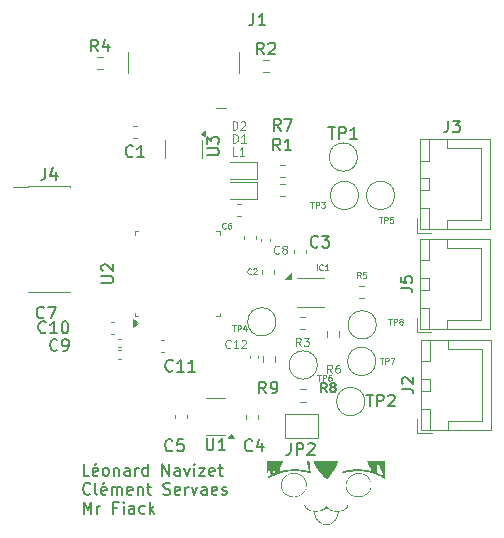
<source format=gbr>
%TF.GenerationSoftware,KiCad,Pcbnew,8.0.8*%
%TF.CreationDate,2025-04-07T17:04:07+02:00*%
%TF.ProjectId,Schematics_batterie,53636865-6d61-4746-9963-735f62617474,rev?*%
%TF.SameCoordinates,Original*%
%TF.FileFunction,Legend,Top*%
%TF.FilePolarity,Positive*%
%FSLAX46Y46*%
G04 Gerber Fmt 4.6, Leading zero omitted, Abs format (unit mm)*
G04 Created by KiCad (PCBNEW 8.0.8) date 2025-04-07 17:04:07*
%MOMM*%
%LPD*%
G01*
G04 APERTURE LIST*
%ADD10C,0.150000*%
%ADD11C,0.100000*%
%ADD12C,0.070000*%
%ADD13C,0.130000*%
%ADD14C,0.125000*%
%ADD15C,0.060000*%
%ADD16C,0.000000*%
%ADD17C,0.120000*%
G04 APERTURE END LIST*
D10*
X115537969Y-85024931D02*
X115061779Y-85024931D01*
X115061779Y-85024931D02*
X115061779Y-84024931D01*
X116252255Y-84977312D02*
X116157017Y-85024931D01*
X116157017Y-85024931D02*
X115966541Y-85024931D01*
X115966541Y-85024931D02*
X115871303Y-84977312D01*
X115871303Y-84977312D02*
X115823684Y-84882073D01*
X115823684Y-84882073D02*
X115823684Y-84501121D01*
X115823684Y-84501121D02*
X115871303Y-84405883D01*
X115871303Y-84405883D02*
X115966541Y-84358264D01*
X115966541Y-84358264D02*
X116157017Y-84358264D01*
X116157017Y-84358264D02*
X116252255Y-84405883D01*
X116252255Y-84405883D02*
X116299874Y-84501121D01*
X116299874Y-84501121D02*
X116299874Y-84596359D01*
X116299874Y-84596359D02*
X115823684Y-84691597D01*
X116157017Y-83977312D02*
X116014160Y-84120169D01*
X116871303Y-85024931D02*
X116776065Y-84977312D01*
X116776065Y-84977312D02*
X116728446Y-84929692D01*
X116728446Y-84929692D02*
X116680827Y-84834454D01*
X116680827Y-84834454D02*
X116680827Y-84548740D01*
X116680827Y-84548740D02*
X116728446Y-84453502D01*
X116728446Y-84453502D02*
X116776065Y-84405883D01*
X116776065Y-84405883D02*
X116871303Y-84358264D01*
X116871303Y-84358264D02*
X117014160Y-84358264D01*
X117014160Y-84358264D02*
X117109398Y-84405883D01*
X117109398Y-84405883D02*
X117157017Y-84453502D01*
X117157017Y-84453502D02*
X117204636Y-84548740D01*
X117204636Y-84548740D02*
X117204636Y-84834454D01*
X117204636Y-84834454D02*
X117157017Y-84929692D01*
X117157017Y-84929692D02*
X117109398Y-84977312D01*
X117109398Y-84977312D02*
X117014160Y-85024931D01*
X117014160Y-85024931D02*
X116871303Y-85024931D01*
X117633208Y-84358264D02*
X117633208Y-85024931D01*
X117633208Y-84453502D02*
X117680827Y-84405883D01*
X117680827Y-84405883D02*
X117776065Y-84358264D01*
X117776065Y-84358264D02*
X117918922Y-84358264D01*
X117918922Y-84358264D02*
X118014160Y-84405883D01*
X118014160Y-84405883D02*
X118061779Y-84501121D01*
X118061779Y-84501121D02*
X118061779Y-85024931D01*
X118966541Y-85024931D02*
X118966541Y-84501121D01*
X118966541Y-84501121D02*
X118918922Y-84405883D01*
X118918922Y-84405883D02*
X118823684Y-84358264D01*
X118823684Y-84358264D02*
X118633208Y-84358264D01*
X118633208Y-84358264D02*
X118537970Y-84405883D01*
X118966541Y-84977312D02*
X118871303Y-85024931D01*
X118871303Y-85024931D02*
X118633208Y-85024931D01*
X118633208Y-85024931D02*
X118537970Y-84977312D01*
X118537970Y-84977312D02*
X118490351Y-84882073D01*
X118490351Y-84882073D02*
X118490351Y-84786835D01*
X118490351Y-84786835D02*
X118537970Y-84691597D01*
X118537970Y-84691597D02*
X118633208Y-84643978D01*
X118633208Y-84643978D02*
X118871303Y-84643978D01*
X118871303Y-84643978D02*
X118966541Y-84596359D01*
X119442732Y-85024931D02*
X119442732Y-84358264D01*
X119442732Y-84548740D02*
X119490351Y-84453502D01*
X119490351Y-84453502D02*
X119537970Y-84405883D01*
X119537970Y-84405883D02*
X119633208Y-84358264D01*
X119633208Y-84358264D02*
X119728446Y-84358264D01*
X120490351Y-85024931D02*
X120490351Y-84024931D01*
X120490351Y-84977312D02*
X120395113Y-85024931D01*
X120395113Y-85024931D02*
X120204637Y-85024931D01*
X120204637Y-85024931D02*
X120109399Y-84977312D01*
X120109399Y-84977312D02*
X120061780Y-84929692D01*
X120061780Y-84929692D02*
X120014161Y-84834454D01*
X120014161Y-84834454D02*
X120014161Y-84548740D01*
X120014161Y-84548740D02*
X120061780Y-84453502D01*
X120061780Y-84453502D02*
X120109399Y-84405883D01*
X120109399Y-84405883D02*
X120204637Y-84358264D01*
X120204637Y-84358264D02*
X120395113Y-84358264D01*
X120395113Y-84358264D02*
X120490351Y-84405883D01*
X121728447Y-85024931D02*
X121728447Y-84024931D01*
X121728447Y-84024931D02*
X122299875Y-85024931D01*
X122299875Y-85024931D02*
X122299875Y-84024931D01*
X123204637Y-85024931D02*
X123204637Y-84501121D01*
X123204637Y-84501121D02*
X123157018Y-84405883D01*
X123157018Y-84405883D02*
X123061780Y-84358264D01*
X123061780Y-84358264D02*
X122871304Y-84358264D01*
X122871304Y-84358264D02*
X122776066Y-84405883D01*
X123204637Y-84977312D02*
X123109399Y-85024931D01*
X123109399Y-85024931D02*
X122871304Y-85024931D01*
X122871304Y-85024931D02*
X122776066Y-84977312D01*
X122776066Y-84977312D02*
X122728447Y-84882073D01*
X122728447Y-84882073D02*
X122728447Y-84786835D01*
X122728447Y-84786835D02*
X122776066Y-84691597D01*
X122776066Y-84691597D02*
X122871304Y-84643978D01*
X122871304Y-84643978D02*
X123109399Y-84643978D01*
X123109399Y-84643978D02*
X123204637Y-84596359D01*
X123585590Y-84358264D02*
X123823685Y-85024931D01*
X123823685Y-85024931D02*
X124061780Y-84358264D01*
X124442733Y-85024931D02*
X124442733Y-84358264D01*
X124442733Y-84024931D02*
X124395114Y-84072550D01*
X124395114Y-84072550D02*
X124442733Y-84120169D01*
X124442733Y-84120169D02*
X124490352Y-84072550D01*
X124490352Y-84072550D02*
X124442733Y-84024931D01*
X124442733Y-84024931D02*
X124442733Y-84120169D01*
X124823685Y-84358264D02*
X125347494Y-84358264D01*
X125347494Y-84358264D02*
X124823685Y-85024931D01*
X124823685Y-85024931D02*
X125347494Y-85024931D01*
X126109399Y-84977312D02*
X126014161Y-85024931D01*
X126014161Y-85024931D02*
X125823685Y-85024931D01*
X125823685Y-85024931D02*
X125728447Y-84977312D01*
X125728447Y-84977312D02*
X125680828Y-84882073D01*
X125680828Y-84882073D02*
X125680828Y-84501121D01*
X125680828Y-84501121D02*
X125728447Y-84405883D01*
X125728447Y-84405883D02*
X125823685Y-84358264D01*
X125823685Y-84358264D02*
X126014161Y-84358264D01*
X126014161Y-84358264D02*
X126109399Y-84405883D01*
X126109399Y-84405883D02*
X126157018Y-84501121D01*
X126157018Y-84501121D02*
X126157018Y-84596359D01*
X126157018Y-84596359D02*
X125680828Y-84691597D01*
X126442733Y-84358264D02*
X126823685Y-84358264D01*
X126585590Y-84024931D02*
X126585590Y-84882073D01*
X126585590Y-84882073D02*
X126633209Y-84977312D01*
X126633209Y-84977312D02*
X126728447Y-85024931D01*
X126728447Y-85024931D02*
X126823685Y-85024931D01*
X115633207Y-86539636D02*
X115585588Y-86587256D01*
X115585588Y-86587256D02*
X115442731Y-86634875D01*
X115442731Y-86634875D02*
X115347493Y-86634875D01*
X115347493Y-86634875D02*
X115204636Y-86587256D01*
X115204636Y-86587256D02*
X115109398Y-86492017D01*
X115109398Y-86492017D02*
X115061779Y-86396779D01*
X115061779Y-86396779D02*
X115014160Y-86206303D01*
X115014160Y-86206303D02*
X115014160Y-86063446D01*
X115014160Y-86063446D02*
X115061779Y-85872970D01*
X115061779Y-85872970D02*
X115109398Y-85777732D01*
X115109398Y-85777732D02*
X115204636Y-85682494D01*
X115204636Y-85682494D02*
X115347493Y-85634875D01*
X115347493Y-85634875D02*
X115442731Y-85634875D01*
X115442731Y-85634875D02*
X115585588Y-85682494D01*
X115585588Y-85682494D02*
X115633207Y-85730113D01*
X116204636Y-86634875D02*
X116109398Y-86587256D01*
X116109398Y-86587256D02*
X116061779Y-86492017D01*
X116061779Y-86492017D02*
X116061779Y-85634875D01*
X116966541Y-86587256D02*
X116871303Y-86634875D01*
X116871303Y-86634875D02*
X116680827Y-86634875D01*
X116680827Y-86634875D02*
X116585589Y-86587256D01*
X116585589Y-86587256D02*
X116537970Y-86492017D01*
X116537970Y-86492017D02*
X116537970Y-86111065D01*
X116537970Y-86111065D02*
X116585589Y-86015827D01*
X116585589Y-86015827D02*
X116680827Y-85968208D01*
X116680827Y-85968208D02*
X116871303Y-85968208D01*
X116871303Y-85968208D02*
X116966541Y-86015827D01*
X116966541Y-86015827D02*
X117014160Y-86111065D01*
X117014160Y-86111065D02*
X117014160Y-86206303D01*
X117014160Y-86206303D02*
X116537970Y-86301541D01*
X116871303Y-85587256D02*
X116728446Y-85730113D01*
X117442732Y-86634875D02*
X117442732Y-85968208D01*
X117442732Y-86063446D02*
X117490351Y-86015827D01*
X117490351Y-86015827D02*
X117585589Y-85968208D01*
X117585589Y-85968208D02*
X117728446Y-85968208D01*
X117728446Y-85968208D02*
X117823684Y-86015827D01*
X117823684Y-86015827D02*
X117871303Y-86111065D01*
X117871303Y-86111065D02*
X117871303Y-86634875D01*
X117871303Y-86111065D02*
X117918922Y-86015827D01*
X117918922Y-86015827D02*
X118014160Y-85968208D01*
X118014160Y-85968208D02*
X118157017Y-85968208D01*
X118157017Y-85968208D02*
X118252256Y-86015827D01*
X118252256Y-86015827D02*
X118299875Y-86111065D01*
X118299875Y-86111065D02*
X118299875Y-86634875D01*
X119157017Y-86587256D02*
X119061779Y-86634875D01*
X119061779Y-86634875D02*
X118871303Y-86634875D01*
X118871303Y-86634875D02*
X118776065Y-86587256D01*
X118776065Y-86587256D02*
X118728446Y-86492017D01*
X118728446Y-86492017D02*
X118728446Y-86111065D01*
X118728446Y-86111065D02*
X118776065Y-86015827D01*
X118776065Y-86015827D02*
X118871303Y-85968208D01*
X118871303Y-85968208D02*
X119061779Y-85968208D01*
X119061779Y-85968208D02*
X119157017Y-86015827D01*
X119157017Y-86015827D02*
X119204636Y-86111065D01*
X119204636Y-86111065D02*
X119204636Y-86206303D01*
X119204636Y-86206303D02*
X118728446Y-86301541D01*
X119633208Y-85968208D02*
X119633208Y-86634875D01*
X119633208Y-86063446D02*
X119680827Y-86015827D01*
X119680827Y-86015827D02*
X119776065Y-85968208D01*
X119776065Y-85968208D02*
X119918922Y-85968208D01*
X119918922Y-85968208D02*
X120014160Y-86015827D01*
X120014160Y-86015827D02*
X120061779Y-86111065D01*
X120061779Y-86111065D02*
X120061779Y-86634875D01*
X120395113Y-85968208D02*
X120776065Y-85968208D01*
X120537970Y-85634875D02*
X120537970Y-86492017D01*
X120537970Y-86492017D02*
X120585589Y-86587256D01*
X120585589Y-86587256D02*
X120680827Y-86634875D01*
X120680827Y-86634875D02*
X120776065Y-86634875D01*
X121823685Y-86587256D02*
X121966542Y-86634875D01*
X121966542Y-86634875D02*
X122204637Y-86634875D01*
X122204637Y-86634875D02*
X122299875Y-86587256D01*
X122299875Y-86587256D02*
X122347494Y-86539636D01*
X122347494Y-86539636D02*
X122395113Y-86444398D01*
X122395113Y-86444398D02*
X122395113Y-86349160D01*
X122395113Y-86349160D02*
X122347494Y-86253922D01*
X122347494Y-86253922D02*
X122299875Y-86206303D01*
X122299875Y-86206303D02*
X122204637Y-86158684D01*
X122204637Y-86158684D02*
X122014161Y-86111065D01*
X122014161Y-86111065D02*
X121918923Y-86063446D01*
X121918923Y-86063446D02*
X121871304Y-86015827D01*
X121871304Y-86015827D02*
X121823685Y-85920589D01*
X121823685Y-85920589D02*
X121823685Y-85825351D01*
X121823685Y-85825351D02*
X121871304Y-85730113D01*
X121871304Y-85730113D02*
X121918923Y-85682494D01*
X121918923Y-85682494D02*
X122014161Y-85634875D01*
X122014161Y-85634875D02*
X122252256Y-85634875D01*
X122252256Y-85634875D02*
X122395113Y-85682494D01*
X123204637Y-86587256D02*
X123109399Y-86634875D01*
X123109399Y-86634875D02*
X122918923Y-86634875D01*
X122918923Y-86634875D02*
X122823685Y-86587256D01*
X122823685Y-86587256D02*
X122776066Y-86492017D01*
X122776066Y-86492017D02*
X122776066Y-86111065D01*
X122776066Y-86111065D02*
X122823685Y-86015827D01*
X122823685Y-86015827D02*
X122918923Y-85968208D01*
X122918923Y-85968208D02*
X123109399Y-85968208D01*
X123109399Y-85968208D02*
X123204637Y-86015827D01*
X123204637Y-86015827D02*
X123252256Y-86111065D01*
X123252256Y-86111065D02*
X123252256Y-86206303D01*
X123252256Y-86206303D02*
X122776066Y-86301541D01*
X123680828Y-86634875D02*
X123680828Y-85968208D01*
X123680828Y-86158684D02*
X123728447Y-86063446D01*
X123728447Y-86063446D02*
X123776066Y-86015827D01*
X123776066Y-86015827D02*
X123871304Y-85968208D01*
X123871304Y-85968208D02*
X123966542Y-85968208D01*
X124204638Y-85968208D02*
X124442733Y-86634875D01*
X124442733Y-86634875D02*
X124680828Y-85968208D01*
X125490352Y-86634875D02*
X125490352Y-86111065D01*
X125490352Y-86111065D02*
X125442733Y-86015827D01*
X125442733Y-86015827D02*
X125347495Y-85968208D01*
X125347495Y-85968208D02*
X125157019Y-85968208D01*
X125157019Y-85968208D02*
X125061781Y-86015827D01*
X125490352Y-86587256D02*
X125395114Y-86634875D01*
X125395114Y-86634875D02*
X125157019Y-86634875D01*
X125157019Y-86634875D02*
X125061781Y-86587256D01*
X125061781Y-86587256D02*
X125014162Y-86492017D01*
X125014162Y-86492017D02*
X125014162Y-86396779D01*
X125014162Y-86396779D02*
X125061781Y-86301541D01*
X125061781Y-86301541D02*
X125157019Y-86253922D01*
X125157019Y-86253922D02*
X125395114Y-86253922D01*
X125395114Y-86253922D02*
X125490352Y-86206303D01*
X126347495Y-86587256D02*
X126252257Y-86634875D01*
X126252257Y-86634875D02*
X126061781Y-86634875D01*
X126061781Y-86634875D02*
X125966543Y-86587256D01*
X125966543Y-86587256D02*
X125918924Y-86492017D01*
X125918924Y-86492017D02*
X125918924Y-86111065D01*
X125918924Y-86111065D02*
X125966543Y-86015827D01*
X125966543Y-86015827D02*
X126061781Y-85968208D01*
X126061781Y-85968208D02*
X126252257Y-85968208D01*
X126252257Y-85968208D02*
X126347495Y-86015827D01*
X126347495Y-86015827D02*
X126395114Y-86111065D01*
X126395114Y-86111065D02*
X126395114Y-86206303D01*
X126395114Y-86206303D02*
X125918924Y-86301541D01*
X126776067Y-86587256D02*
X126871305Y-86634875D01*
X126871305Y-86634875D02*
X127061781Y-86634875D01*
X127061781Y-86634875D02*
X127157019Y-86587256D01*
X127157019Y-86587256D02*
X127204638Y-86492017D01*
X127204638Y-86492017D02*
X127204638Y-86444398D01*
X127204638Y-86444398D02*
X127157019Y-86349160D01*
X127157019Y-86349160D02*
X127061781Y-86301541D01*
X127061781Y-86301541D02*
X126918924Y-86301541D01*
X126918924Y-86301541D02*
X126823686Y-86253922D01*
X126823686Y-86253922D02*
X126776067Y-86158684D01*
X126776067Y-86158684D02*
X126776067Y-86111065D01*
X126776067Y-86111065D02*
X126823686Y-86015827D01*
X126823686Y-86015827D02*
X126918924Y-85968208D01*
X126918924Y-85968208D02*
X127061781Y-85968208D01*
X127061781Y-85968208D02*
X127157019Y-86015827D01*
X115061779Y-88244819D02*
X115061779Y-87244819D01*
X115061779Y-87244819D02*
X115395112Y-87959104D01*
X115395112Y-87959104D02*
X115728445Y-87244819D01*
X115728445Y-87244819D02*
X115728445Y-88244819D01*
X116204636Y-88244819D02*
X116204636Y-87578152D01*
X116204636Y-87768628D02*
X116252255Y-87673390D01*
X116252255Y-87673390D02*
X116299874Y-87625771D01*
X116299874Y-87625771D02*
X116395112Y-87578152D01*
X116395112Y-87578152D02*
X116490350Y-87578152D01*
X117918922Y-87721009D02*
X117585589Y-87721009D01*
X117585589Y-88244819D02*
X117585589Y-87244819D01*
X117585589Y-87244819D02*
X118061779Y-87244819D01*
X118442732Y-88244819D02*
X118442732Y-87578152D01*
X118442732Y-87244819D02*
X118395113Y-87292438D01*
X118395113Y-87292438D02*
X118442732Y-87340057D01*
X118442732Y-87340057D02*
X118490351Y-87292438D01*
X118490351Y-87292438D02*
X118442732Y-87244819D01*
X118442732Y-87244819D02*
X118442732Y-87340057D01*
X119347493Y-88244819D02*
X119347493Y-87721009D01*
X119347493Y-87721009D02*
X119299874Y-87625771D01*
X119299874Y-87625771D02*
X119204636Y-87578152D01*
X119204636Y-87578152D02*
X119014160Y-87578152D01*
X119014160Y-87578152D02*
X118918922Y-87625771D01*
X119347493Y-88197200D02*
X119252255Y-88244819D01*
X119252255Y-88244819D02*
X119014160Y-88244819D01*
X119014160Y-88244819D02*
X118918922Y-88197200D01*
X118918922Y-88197200D02*
X118871303Y-88101961D01*
X118871303Y-88101961D02*
X118871303Y-88006723D01*
X118871303Y-88006723D02*
X118918922Y-87911485D01*
X118918922Y-87911485D02*
X119014160Y-87863866D01*
X119014160Y-87863866D02*
X119252255Y-87863866D01*
X119252255Y-87863866D02*
X119347493Y-87816247D01*
X120252255Y-88197200D02*
X120157017Y-88244819D01*
X120157017Y-88244819D02*
X119966541Y-88244819D01*
X119966541Y-88244819D02*
X119871303Y-88197200D01*
X119871303Y-88197200D02*
X119823684Y-88149580D01*
X119823684Y-88149580D02*
X119776065Y-88054342D01*
X119776065Y-88054342D02*
X119776065Y-87768628D01*
X119776065Y-87768628D02*
X119823684Y-87673390D01*
X119823684Y-87673390D02*
X119871303Y-87625771D01*
X119871303Y-87625771D02*
X119966541Y-87578152D01*
X119966541Y-87578152D02*
X120157017Y-87578152D01*
X120157017Y-87578152D02*
X120252255Y-87625771D01*
X120680827Y-88244819D02*
X120680827Y-87244819D01*
X120776065Y-87863866D02*
X121061779Y-88244819D01*
X121061779Y-87578152D02*
X120680827Y-87959104D01*
D11*
X129241666Y-67928490D02*
X129217857Y-67952300D01*
X129217857Y-67952300D02*
X129146428Y-67976109D01*
X129146428Y-67976109D02*
X129098809Y-67976109D01*
X129098809Y-67976109D02*
X129027381Y-67952300D01*
X129027381Y-67952300D02*
X128979762Y-67904680D01*
X128979762Y-67904680D02*
X128955952Y-67857061D01*
X128955952Y-67857061D02*
X128932143Y-67761823D01*
X128932143Y-67761823D02*
X128932143Y-67690395D01*
X128932143Y-67690395D02*
X128955952Y-67595157D01*
X128955952Y-67595157D02*
X128979762Y-67547538D01*
X128979762Y-67547538D02*
X129027381Y-67499919D01*
X129027381Y-67499919D02*
X129098809Y-67476109D01*
X129098809Y-67476109D02*
X129146428Y-67476109D01*
X129146428Y-67476109D02*
X129217857Y-67499919D01*
X129217857Y-67499919D02*
X129241666Y-67523728D01*
X129432143Y-67523728D02*
X129455952Y-67499919D01*
X129455952Y-67499919D02*
X129503571Y-67476109D01*
X129503571Y-67476109D02*
X129622619Y-67476109D01*
X129622619Y-67476109D02*
X129670238Y-67499919D01*
X129670238Y-67499919D02*
X129694047Y-67523728D01*
X129694047Y-67523728D02*
X129717857Y-67571347D01*
X129717857Y-67571347D02*
X129717857Y-67618966D01*
X129717857Y-67618966D02*
X129694047Y-67690395D01*
X129694047Y-67690395D02*
X129408333Y-67976109D01*
X129408333Y-67976109D02*
X129717857Y-67976109D01*
D10*
X131708333Y-57479819D02*
X131375000Y-57003628D01*
X131136905Y-57479819D02*
X131136905Y-56479819D01*
X131136905Y-56479819D02*
X131517857Y-56479819D01*
X131517857Y-56479819D02*
X131613095Y-56527438D01*
X131613095Y-56527438D02*
X131660714Y-56575057D01*
X131660714Y-56575057D02*
X131708333Y-56670295D01*
X131708333Y-56670295D02*
X131708333Y-56813152D01*
X131708333Y-56813152D02*
X131660714Y-56908390D01*
X131660714Y-56908390D02*
X131613095Y-56956009D01*
X131613095Y-56956009D02*
X131517857Y-57003628D01*
X131517857Y-57003628D02*
X131136905Y-57003628D01*
X132660714Y-57479819D02*
X132089286Y-57479819D01*
X132375000Y-57479819D02*
X132375000Y-56479819D01*
X132375000Y-56479819D02*
X132279762Y-56622676D01*
X132279762Y-56622676D02*
X132184524Y-56717914D01*
X132184524Y-56717914D02*
X132089286Y-56765533D01*
X111857142Y-72859580D02*
X111809523Y-72907200D01*
X111809523Y-72907200D02*
X111666666Y-72954819D01*
X111666666Y-72954819D02*
X111571428Y-72954819D01*
X111571428Y-72954819D02*
X111428571Y-72907200D01*
X111428571Y-72907200D02*
X111333333Y-72811961D01*
X111333333Y-72811961D02*
X111285714Y-72716723D01*
X111285714Y-72716723D02*
X111238095Y-72526247D01*
X111238095Y-72526247D02*
X111238095Y-72383390D01*
X111238095Y-72383390D02*
X111285714Y-72192914D01*
X111285714Y-72192914D02*
X111333333Y-72097676D01*
X111333333Y-72097676D02*
X111428571Y-72002438D01*
X111428571Y-72002438D02*
X111571428Y-71954819D01*
X111571428Y-71954819D02*
X111666666Y-71954819D01*
X111666666Y-71954819D02*
X111809523Y-72002438D01*
X111809523Y-72002438D02*
X111857142Y-72050057D01*
X112809523Y-72954819D02*
X112238095Y-72954819D01*
X112523809Y-72954819D02*
X112523809Y-71954819D01*
X112523809Y-71954819D02*
X112428571Y-72097676D01*
X112428571Y-72097676D02*
X112333333Y-72192914D01*
X112333333Y-72192914D02*
X112238095Y-72240533D01*
X113428571Y-71954819D02*
X113523809Y-71954819D01*
X113523809Y-71954819D02*
X113619047Y-72002438D01*
X113619047Y-72002438D02*
X113666666Y-72050057D01*
X113666666Y-72050057D02*
X113714285Y-72145295D01*
X113714285Y-72145295D02*
X113761904Y-72335771D01*
X113761904Y-72335771D02*
X113761904Y-72573866D01*
X113761904Y-72573866D02*
X113714285Y-72764342D01*
X113714285Y-72764342D02*
X113666666Y-72859580D01*
X113666666Y-72859580D02*
X113619047Y-72907200D01*
X113619047Y-72907200D02*
X113523809Y-72954819D01*
X113523809Y-72954819D02*
X113428571Y-72954819D01*
X113428571Y-72954819D02*
X113333333Y-72907200D01*
X113333333Y-72907200D02*
X113285714Y-72859580D01*
X113285714Y-72859580D02*
X113238095Y-72764342D01*
X113238095Y-72764342D02*
X113190476Y-72573866D01*
X113190476Y-72573866D02*
X113190476Y-72335771D01*
X113190476Y-72335771D02*
X113238095Y-72145295D01*
X113238095Y-72145295D02*
X113285714Y-72050057D01*
X113285714Y-72050057D02*
X113333333Y-72002438D01*
X113333333Y-72002438D02*
X113428571Y-71954819D01*
X129441666Y-45879819D02*
X129441666Y-46594104D01*
X129441666Y-46594104D02*
X129394047Y-46736961D01*
X129394047Y-46736961D02*
X129298809Y-46832200D01*
X129298809Y-46832200D02*
X129155952Y-46879819D01*
X129155952Y-46879819D02*
X129060714Y-46879819D01*
X130441666Y-46879819D02*
X129870238Y-46879819D01*
X130155952Y-46879819D02*
X130155952Y-45879819D01*
X130155952Y-45879819D02*
X130060714Y-46022676D01*
X130060714Y-46022676D02*
X129965476Y-46117914D01*
X129965476Y-46117914D02*
X129870238Y-46165533D01*
X130508333Y-78054819D02*
X130175000Y-77578628D01*
X129936905Y-78054819D02*
X129936905Y-77054819D01*
X129936905Y-77054819D02*
X130317857Y-77054819D01*
X130317857Y-77054819D02*
X130413095Y-77102438D01*
X130413095Y-77102438D02*
X130460714Y-77150057D01*
X130460714Y-77150057D02*
X130508333Y-77245295D01*
X130508333Y-77245295D02*
X130508333Y-77388152D01*
X130508333Y-77388152D02*
X130460714Y-77483390D01*
X130460714Y-77483390D02*
X130413095Y-77531009D01*
X130413095Y-77531009D02*
X130317857Y-77578628D01*
X130317857Y-77578628D02*
X129936905Y-77578628D01*
X130984524Y-78054819D02*
X131175000Y-78054819D01*
X131175000Y-78054819D02*
X131270238Y-78007200D01*
X131270238Y-78007200D02*
X131317857Y-77959580D01*
X131317857Y-77959580D02*
X131413095Y-77816723D01*
X131413095Y-77816723D02*
X131460714Y-77626247D01*
X131460714Y-77626247D02*
X131460714Y-77245295D01*
X131460714Y-77245295D02*
X131413095Y-77150057D01*
X131413095Y-77150057D02*
X131365476Y-77102438D01*
X131365476Y-77102438D02*
X131270238Y-77054819D01*
X131270238Y-77054819D02*
X131079762Y-77054819D01*
X131079762Y-77054819D02*
X130984524Y-77102438D01*
X130984524Y-77102438D02*
X130936905Y-77150057D01*
X130936905Y-77150057D02*
X130889286Y-77245295D01*
X130889286Y-77245295D02*
X130889286Y-77483390D01*
X130889286Y-77483390D02*
X130936905Y-77578628D01*
X130936905Y-77578628D02*
X130984524Y-77626247D01*
X130984524Y-77626247D02*
X131079762Y-77673866D01*
X131079762Y-77673866D02*
X131270238Y-77673866D01*
X131270238Y-77673866D02*
X131365476Y-77626247D01*
X131365476Y-77626247D02*
X131413095Y-77578628D01*
X131413095Y-77578628D02*
X131460714Y-77483390D01*
D11*
X127683333Y-55718633D02*
X127683333Y-55018633D01*
X127683333Y-55018633D02*
X127850000Y-55018633D01*
X127850000Y-55018633D02*
X127950000Y-55051966D01*
X127950000Y-55051966D02*
X128016667Y-55118633D01*
X128016667Y-55118633D02*
X128050000Y-55185300D01*
X128050000Y-55185300D02*
X128083333Y-55318633D01*
X128083333Y-55318633D02*
X128083333Y-55418633D01*
X128083333Y-55418633D02*
X128050000Y-55551966D01*
X128050000Y-55551966D02*
X128016667Y-55618633D01*
X128016667Y-55618633D02*
X127950000Y-55685300D01*
X127950000Y-55685300D02*
X127850000Y-55718633D01*
X127850000Y-55718633D02*
X127683333Y-55718633D01*
X128350000Y-55085300D02*
X128383333Y-55051966D01*
X128383333Y-55051966D02*
X128450000Y-55018633D01*
X128450000Y-55018633D02*
X128616667Y-55018633D01*
X128616667Y-55018633D02*
X128683333Y-55051966D01*
X128683333Y-55051966D02*
X128716667Y-55085300D01*
X128716667Y-55085300D02*
X128750000Y-55151966D01*
X128750000Y-55151966D02*
X128750000Y-55218633D01*
X128750000Y-55218633D02*
X128716667Y-55318633D01*
X128716667Y-55318633D02*
X128316667Y-55718633D01*
X128316667Y-55718633D02*
X128750000Y-55718633D01*
D10*
X138988095Y-78154819D02*
X139559523Y-78154819D01*
X139273809Y-79154819D02*
X139273809Y-78154819D01*
X139892857Y-79154819D02*
X139892857Y-78154819D01*
X139892857Y-78154819D02*
X140273809Y-78154819D01*
X140273809Y-78154819D02*
X140369047Y-78202438D01*
X140369047Y-78202438D02*
X140416666Y-78250057D01*
X140416666Y-78250057D02*
X140464285Y-78345295D01*
X140464285Y-78345295D02*
X140464285Y-78488152D01*
X140464285Y-78488152D02*
X140416666Y-78583390D01*
X140416666Y-78583390D02*
X140369047Y-78631009D01*
X140369047Y-78631009D02*
X140273809Y-78678628D01*
X140273809Y-78678628D02*
X139892857Y-78678628D01*
X140845238Y-78250057D02*
X140892857Y-78202438D01*
X140892857Y-78202438D02*
X140988095Y-78154819D01*
X140988095Y-78154819D02*
X141226190Y-78154819D01*
X141226190Y-78154819D02*
X141321428Y-78202438D01*
X141321428Y-78202438D02*
X141369047Y-78250057D01*
X141369047Y-78250057D02*
X141416666Y-78345295D01*
X141416666Y-78345295D02*
X141416666Y-78440533D01*
X141416666Y-78440533D02*
X141369047Y-78583390D01*
X141369047Y-78583390D02*
X140797619Y-79154819D01*
X140797619Y-79154819D02*
X141416666Y-79154819D01*
X116574819Y-68686904D02*
X117384342Y-68686904D01*
X117384342Y-68686904D02*
X117479580Y-68639285D01*
X117479580Y-68639285D02*
X117527200Y-68591666D01*
X117527200Y-68591666D02*
X117574819Y-68496428D01*
X117574819Y-68496428D02*
X117574819Y-68305952D01*
X117574819Y-68305952D02*
X117527200Y-68210714D01*
X117527200Y-68210714D02*
X117479580Y-68163095D01*
X117479580Y-68163095D02*
X117384342Y-68115476D01*
X117384342Y-68115476D02*
X116574819Y-68115476D01*
X116670057Y-67686904D02*
X116622438Y-67639285D01*
X116622438Y-67639285D02*
X116574819Y-67544047D01*
X116574819Y-67544047D02*
X116574819Y-67305952D01*
X116574819Y-67305952D02*
X116622438Y-67210714D01*
X116622438Y-67210714D02*
X116670057Y-67163095D01*
X116670057Y-67163095D02*
X116765295Y-67115476D01*
X116765295Y-67115476D02*
X116860533Y-67115476D01*
X116860533Y-67115476D02*
X117003390Y-67163095D01*
X117003390Y-67163095D02*
X117574819Y-67734523D01*
X117574819Y-67734523D02*
X117574819Y-67115476D01*
X141904819Y-69133333D02*
X142619104Y-69133333D01*
X142619104Y-69133333D02*
X142761961Y-69180952D01*
X142761961Y-69180952D02*
X142857200Y-69276190D01*
X142857200Y-69276190D02*
X142904819Y-69419047D01*
X142904819Y-69419047D02*
X142904819Y-69514285D01*
X141904819Y-68180952D02*
X141904819Y-68657142D01*
X141904819Y-68657142D02*
X142381009Y-68704761D01*
X142381009Y-68704761D02*
X142333390Y-68657142D01*
X142333390Y-68657142D02*
X142285771Y-68561904D01*
X142285771Y-68561904D02*
X142285771Y-68323809D01*
X142285771Y-68323809D02*
X142333390Y-68228571D01*
X142333390Y-68228571D02*
X142381009Y-68180952D01*
X142381009Y-68180952D02*
X142476247Y-68133333D01*
X142476247Y-68133333D02*
X142714342Y-68133333D01*
X142714342Y-68133333D02*
X142809580Y-68180952D01*
X142809580Y-68180952D02*
X142857200Y-68228571D01*
X142857200Y-68228571D02*
X142904819Y-68323809D01*
X142904819Y-68323809D02*
X142904819Y-68561904D01*
X142904819Y-68561904D02*
X142857200Y-68657142D01*
X142857200Y-68657142D02*
X142809580Y-68704761D01*
D11*
X138516666Y-68296109D02*
X138350000Y-68058014D01*
X138230952Y-68296109D02*
X138230952Y-67796109D01*
X138230952Y-67796109D02*
X138421428Y-67796109D01*
X138421428Y-67796109D02*
X138469047Y-67819919D01*
X138469047Y-67819919D02*
X138492857Y-67843728D01*
X138492857Y-67843728D02*
X138516666Y-67891347D01*
X138516666Y-67891347D02*
X138516666Y-67962776D01*
X138516666Y-67962776D02*
X138492857Y-68010395D01*
X138492857Y-68010395D02*
X138469047Y-68034204D01*
X138469047Y-68034204D02*
X138421428Y-68058014D01*
X138421428Y-68058014D02*
X138230952Y-68058014D01*
X138969047Y-67796109D02*
X138730952Y-67796109D01*
X138730952Y-67796109D02*
X138707143Y-68034204D01*
X138707143Y-68034204D02*
X138730952Y-68010395D01*
X138730952Y-68010395D02*
X138778571Y-67986585D01*
X138778571Y-67986585D02*
X138897619Y-67986585D01*
X138897619Y-67986585D02*
X138945238Y-68010395D01*
X138945238Y-68010395D02*
X138969047Y-68034204D01*
X138969047Y-68034204D02*
X138992857Y-68081823D01*
X138992857Y-68081823D02*
X138992857Y-68200871D01*
X138992857Y-68200871D02*
X138969047Y-68248490D01*
X138969047Y-68248490D02*
X138945238Y-68272300D01*
X138945238Y-68272300D02*
X138897619Y-68296109D01*
X138897619Y-68296109D02*
X138778571Y-68296109D01*
X138778571Y-68296109D02*
X138730952Y-68272300D01*
X138730952Y-68272300D02*
X138707143Y-68248490D01*
D10*
X135788095Y-55506819D02*
X136359523Y-55506819D01*
X136073809Y-56506819D02*
X136073809Y-55506819D01*
X136692857Y-56506819D02*
X136692857Y-55506819D01*
X136692857Y-55506819D02*
X137073809Y-55506819D01*
X137073809Y-55506819D02*
X137169047Y-55554438D01*
X137169047Y-55554438D02*
X137216666Y-55602057D01*
X137216666Y-55602057D02*
X137264285Y-55697295D01*
X137264285Y-55697295D02*
X137264285Y-55840152D01*
X137264285Y-55840152D02*
X137216666Y-55935390D01*
X137216666Y-55935390D02*
X137169047Y-55983009D01*
X137169047Y-55983009D02*
X137073809Y-56030628D01*
X137073809Y-56030628D02*
X136692857Y-56030628D01*
X138216666Y-56506819D02*
X137645238Y-56506819D01*
X137930952Y-56506819D02*
X137930952Y-55506819D01*
X137930952Y-55506819D02*
X137835714Y-55649676D01*
X137835714Y-55649676D02*
X137740476Y-55744914D01*
X137740476Y-55744914D02*
X137645238Y-55792533D01*
X129333333Y-82859580D02*
X129285714Y-82907200D01*
X129285714Y-82907200D02*
X129142857Y-82954819D01*
X129142857Y-82954819D02*
X129047619Y-82954819D01*
X129047619Y-82954819D02*
X128904762Y-82907200D01*
X128904762Y-82907200D02*
X128809524Y-82811961D01*
X128809524Y-82811961D02*
X128761905Y-82716723D01*
X128761905Y-82716723D02*
X128714286Y-82526247D01*
X128714286Y-82526247D02*
X128714286Y-82383390D01*
X128714286Y-82383390D02*
X128761905Y-82192914D01*
X128761905Y-82192914D02*
X128809524Y-82097676D01*
X128809524Y-82097676D02*
X128904762Y-82002438D01*
X128904762Y-82002438D02*
X129047619Y-81954819D01*
X129047619Y-81954819D02*
X129142857Y-81954819D01*
X129142857Y-81954819D02*
X129285714Y-82002438D01*
X129285714Y-82002438D02*
X129333333Y-82050057D01*
X130190476Y-82288152D02*
X130190476Y-82954819D01*
X129952381Y-81907200D02*
X129714286Y-82621485D01*
X129714286Y-82621485D02*
X130333333Y-82621485D01*
X122607142Y-76109580D02*
X122559523Y-76157200D01*
X122559523Y-76157200D02*
X122416666Y-76204819D01*
X122416666Y-76204819D02*
X122321428Y-76204819D01*
X122321428Y-76204819D02*
X122178571Y-76157200D01*
X122178571Y-76157200D02*
X122083333Y-76061961D01*
X122083333Y-76061961D02*
X122035714Y-75966723D01*
X122035714Y-75966723D02*
X121988095Y-75776247D01*
X121988095Y-75776247D02*
X121988095Y-75633390D01*
X121988095Y-75633390D02*
X122035714Y-75442914D01*
X122035714Y-75442914D02*
X122083333Y-75347676D01*
X122083333Y-75347676D02*
X122178571Y-75252438D01*
X122178571Y-75252438D02*
X122321428Y-75204819D01*
X122321428Y-75204819D02*
X122416666Y-75204819D01*
X122416666Y-75204819D02*
X122559523Y-75252438D01*
X122559523Y-75252438D02*
X122607142Y-75300057D01*
X123559523Y-76204819D02*
X122988095Y-76204819D01*
X123273809Y-76204819D02*
X123273809Y-75204819D01*
X123273809Y-75204819D02*
X123178571Y-75347676D01*
X123178571Y-75347676D02*
X123083333Y-75442914D01*
X123083333Y-75442914D02*
X122988095Y-75490533D01*
X124511904Y-76204819D02*
X123940476Y-76204819D01*
X124226190Y-76204819D02*
X124226190Y-75204819D01*
X124226190Y-75204819D02*
X124130952Y-75347676D01*
X124130952Y-75347676D02*
X124035714Y-75442914D01*
X124035714Y-75442914D02*
X123940476Y-75490533D01*
X119233333Y-57959580D02*
X119185714Y-58007200D01*
X119185714Y-58007200D02*
X119042857Y-58054819D01*
X119042857Y-58054819D02*
X118947619Y-58054819D01*
X118947619Y-58054819D02*
X118804762Y-58007200D01*
X118804762Y-58007200D02*
X118709524Y-57911961D01*
X118709524Y-57911961D02*
X118661905Y-57816723D01*
X118661905Y-57816723D02*
X118614286Y-57626247D01*
X118614286Y-57626247D02*
X118614286Y-57483390D01*
X118614286Y-57483390D02*
X118661905Y-57292914D01*
X118661905Y-57292914D02*
X118709524Y-57197676D01*
X118709524Y-57197676D02*
X118804762Y-57102438D01*
X118804762Y-57102438D02*
X118947619Y-57054819D01*
X118947619Y-57054819D02*
X119042857Y-57054819D01*
X119042857Y-57054819D02*
X119185714Y-57102438D01*
X119185714Y-57102438D02*
X119233333Y-57150057D01*
X120185714Y-58054819D02*
X119614286Y-58054819D01*
X119900000Y-58054819D02*
X119900000Y-57054819D01*
X119900000Y-57054819D02*
X119804762Y-57197676D01*
X119804762Y-57197676D02*
X119709524Y-57292914D01*
X119709524Y-57292914D02*
X119614286Y-57340533D01*
X132616666Y-82254819D02*
X132616666Y-82969104D01*
X132616666Y-82969104D02*
X132569047Y-83111961D01*
X132569047Y-83111961D02*
X132473809Y-83207200D01*
X132473809Y-83207200D02*
X132330952Y-83254819D01*
X132330952Y-83254819D02*
X132235714Y-83254819D01*
X133092857Y-83254819D02*
X133092857Y-82254819D01*
X133092857Y-82254819D02*
X133473809Y-82254819D01*
X133473809Y-82254819D02*
X133569047Y-82302438D01*
X133569047Y-82302438D02*
X133616666Y-82350057D01*
X133616666Y-82350057D02*
X133664285Y-82445295D01*
X133664285Y-82445295D02*
X133664285Y-82588152D01*
X133664285Y-82588152D02*
X133616666Y-82683390D01*
X133616666Y-82683390D02*
X133569047Y-82731009D01*
X133569047Y-82731009D02*
X133473809Y-82778628D01*
X133473809Y-82778628D02*
X133092857Y-82778628D01*
X134045238Y-82350057D02*
X134092857Y-82302438D01*
X134092857Y-82302438D02*
X134188095Y-82254819D01*
X134188095Y-82254819D02*
X134426190Y-82254819D01*
X134426190Y-82254819D02*
X134521428Y-82302438D01*
X134521428Y-82302438D02*
X134569047Y-82350057D01*
X134569047Y-82350057D02*
X134616666Y-82445295D01*
X134616666Y-82445295D02*
X134616666Y-82540533D01*
X134616666Y-82540533D02*
X134569047Y-82683390D01*
X134569047Y-82683390D02*
X133997619Y-83254819D01*
X133997619Y-83254819D02*
X134616666Y-83254819D01*
D11*
X128083333Y-57918633D02*
X127749999Y-57918633D01*
X127749999Y-57918633D02*
X127749999Y-57218633D01*
X128683333Y-57918633D02*
X128283333Y-57918633D01*
X128483333Y-57918633D02*
X128483333Y-57218633D01*
X128483333Y-57218633D02*
X128416666Y-57318633D01*
X128416666Y-57318633D02*
X128350000Y-57385300D01*
X128350000Y-57385300D02*
X128283333Y-57418633D01*
D10*
X116283333Y-49099819D02*
X115950000Y-48623628D01*
X115711905Y-49099819D02*
X115711905Y-48099819D01*
X115711905Y-48099819D02*
X116092857Y-48099819D01*
X116092857Y-48099819D02*
X116188095Y-48147438D01*
X116188095Y-48147438D02*
X116235714Y-48195057D01*
X116235714Y-48195057D02*
X116283333Y-48290295D01*
X116283333Y-48290295D02*
X116283333Y-48433152D01*
X116283333Y-48433152D02*
X116235714Y-48528390D01*
X116235714Y-48528390D02*
X116188095Y-48576009D01*
X116188095Y-48576009D02*
X116092857Y-48623628D01*
X116092857Y-48623628D02*
X115711905Y-48623628D01*
X117140476Y-48433152D02*
X117140476Y-49099819D01*
X116902381Y-48052200D02*
X116664286Y-48766485D01*
X116664286Y-48766485D02*
X117283333Y-48766485D01*
D12*
X134844048Y-76477669D02*
X135129762Y-76477669D01*
X134986905Y-76977669D02*
X134986905Y-76477669D01*
X135296428Y-76977669D02*
X135296428Y-76477669D01*
X135296428Y-76477669D02*
X135486904Y-76477669D01*
X135486904Y-76477669D02*
X135534523Y-76501479D01*
X135534523Y-76501479D02*
X135558333Y-76525288D01*
X135558333Y-76525288D02*
X135582142Y-76572907D01*
X135582142Y-76572907D02*
X135582142Y-76644336D01*
X135582142Y-76644336D02*
X135558333Y-76691955D01*
X135558333Y-76691955D02*
X135534523Y-76715764D01*
X135534523Y-76715764D02*
X135486904Y-76739574D01*
X135486904Y-76739574D02*
X135296428Y-76739574D01*
X136010714Y-76477669D02*
X135915476Y-76477669D01*
X135915476Y-76477669D02*
X135867857Y-76501479D01*
X135867857Y-76501479D02*
X135844047Y-76525288D01*
X135844047Y-76525288D02*
X135796428Y-76596717D01*
X135796428Y-76596717D02*
X135772619Y-76691955D01*
X135772619Y-76691955D02*
X135772619Y-76882431D01*
X135772619Y-76882431D02*
X135796428Y-76930050D01*
X135796428Y-76930050D02*
X135820238Y-76953860D01*
X135820238Y-76953860D02*
X135867857Y-76977669D01*
X135867857Y-76977669D02*
X135963095Y-76977669D01*
X135963095Y-76977669D02*
X136010714Y-76953860D01*
X136010714Y-76953860D02*
X136034523Y-76930050D01*
X136034523Y-76930050D02*
X136058333Y-76882431D01*
X136058333Y-76882431D02*
X136058333Y-76763383D01*
X136058333Y-76763383D02*
X136034523Y-76715764D01*
X136034523Y-76715764D02*
X136010714Y-76691955D01*
X136010714Y-76691955D02*
X135963095Y-76668145D01*
X135963095Y-76668145D02*
X135867857Y-76668145D01*
X135867857Y-76668145D02*
X135820238Y-76691955D01*
X135820238Y-76691955D02*
X135796428Y-76715764D01*
X135796428Y-76715764D02*
X135772619Y-76763383D01*
D10*
X111708333Y-71609580D02*
X111660714Y-71657200D01*
X111660714Y-71657200D02*
X111517857Y-71704819D01*
X111517857Y-71704819D02*
X111422619Y-71704819D01*
X111422619Y-71704819D02*
X111279762Y-71657200D01*
X111279762Y-71657200D02*
X111184524Y-71561961D01*
X111184524Y-71561961D02*
X111136905Y-71466723D01*
X111136905Y-71466723D02*
X111089286Y-71276247D01*
X111089286Y-71276247D02*
X111089286Y-71133390D01*
X111089286Y-71133390D02*
X111136905Y-70942914D01*
X111136905Y-70942914D02*
X111184524Y-70847676D01*
X111184524Y-70847676D02*
X111279762Y-70752438D01*
X111279762Y-70752438D02*
X111422619Y-70704819D01*
X111422619Y-70704819D02*
X111517857Y-70704819D01*
X111517857Y-70704819D02*
X111660714Y-70752438D01*
X111660714Y-70752438D02*
X111708333Y-70800057D01*
X112041667Y-70704819D02*
X112708333Y-70704819D01*
X112708333Y-70704819D02*
X112279762Y-71704819D01*
X122583333Y-82859580D02*
X122535714Y-82907200D01*
X122535714Y-82907200D02*
X122392857Y-82954819D01*
X122392857Y-82954819D02*
X122297619Y-82954819D01*
X122297619Y-82954819D02*
X122154762Y-82907200D01*
X122154762Y-82907200D02*
X122059524Y-82811961D01*
X122059524Y-82811961D02*
X122011905Y-82716723D01*
X122011905Y-82716723D02*
X121964286Y-82526247D01*
X121964286Y-82526247D02*
X121964286Y-82383390D01*
X121964286Y-82383390D02*
X122011905Y-82192914D01*
X122011905Y-82192914D02*
X122059524Y-82097676D01*
X122059524Y-82097676D02*
X122154762Y-82002438D01*
X122154762Y-82002438D02*
X122297619Y-81954819D01*
X122297619Y-81954819D02*
X122392857Y-81954819D01*
X122392857Y-81954819D02*
X122535714Y-82002438D01*
X122535714Y-82002438D02*
X122583333Y-82050057D01*
X123488095Y-81954819D02*
X123011905Y-81954819D01*
X123011905Y-81954819D02*
X122964286Y-82431009D01*
X122964286Y-82431009D02*
X123011905Y-82383390D01*
X123011905Y-82383390D02*
X123107143Y-82335771D01*
X123107143Y-82335771D02*
X123345238Y-82335771D01*
X123345238Y-82335771D02*
X123440476Y-82383390D01*
X123440476Y-82383390D02*
X123488095Y-82431009D01*
X123488095Y-82431009D02*
X123535714Y-82526247D01*
X123535714Y-82526247D02*
X123535714Y-82764342D01*
X123535714Y-82764342D02*
X123488095Y-82859580D01*
X123488095Y-82859580D02*
X123440476Y-82907200D01*
X123440476Y-82907200D02*
X123345238Y-82954819D01*
X123345238Y-82954819D02*
X123107143Y-82954819D01*
X123107143Y-82954819D02*
X123011905Y-82907200D01*
X123011905Y-82907200D02*
X122964286Y-82859580D01*
D13*
X135641667Y-77963335D02*
X135375000Y-77582382D01*
X135184524Y-77963335D02*
X135184524Y-77163335D01*
X135184524Y-77163335D02*
X135489286Y-77163335D01*
X135489286Y-77163335D02*
X135565476Y-77201430D01*
X135565476Y-77201430D02*
X135603571Y-77239525D01*
X135603571Y-77239525D02*
X135641667Y-77315716D01*
X135641667Y-77315716D02*
X135641667Y-77430001D01*
X135641667Y-77430001D02*
X135603571Y-77506192D01*
X135603571Y-77506192D02*
X135565476Y-77544287D01*
X135565476Y-77544287D02*
X135489286Y-77582382D01*
X135489286Y-77582382D02*
X135184524Y-77582382D01*
X136098809Y-77506192D02*
X136022619Y-77468097D01*
X136022619Y-77468097D02*
X135984524Y-77430001D01*
X135984524Y-77430001D02*
X135946428Y-77353811D01*
X135946428Y-77353811D02*
X135946428Y-77315716D01*
X135946428Y-77315716D02*
X135984524Y-77239525D01*
X135984524Y-77239525D02*
X136022619Y-77201430D01*
X136022619Y-77201430D02*
X136098809Y-77163335D01*
X136098809Y-77163335D02*
X136251190Y-77163335D01*
X136251190Y-77163335D02*
X136327381Y-77201430D01*
X136327381Y-77201430D02*
X136365476Y-77239525D01*
X136365476Y-77239525D02*
X136403571Y-77315716D01*
X136403571Y-77315716D02*
X136403571Y-77353811D01*
X136403571Y-77353811D02*
X136365476Y-77430001D01*
X136365476Y-77430001D02*
X136327381Y-77468097D01*
X136327381Y-77468097D02*
X136251190Y-77506192D01*
X136251190Y-77506192D02*
X136098809Y-77506192D01*
X136098809Y-77506192D02*
X136022619Y-77544287D01*
X136022619Y-77544287D02*
X135984524Y-77582382D01*
X135984524Y-77582382D02*
X135946428Y-77658573D01*
X135946428Y-77658573D02*
X135946428Y-77810954D01*
X135946428Y-77810954D02*
X135984524Y-77887144D01*
X135984524Y-77887144D02*
X136022619Y-77925240D01*
X136022619Y-77925240D02*
X136098809Y-77963335D01*
X136098809Y-77963335D02*
X136251190Y-77963335D01*
X136251190Y-77963335D02*
X136327381Y-77925240D01*
X136327381Y-77925240D02*
X136365476Y-77887144D01*
X136365476Y-77887144D02*
X136403571Y-77810954D01*
X136403571Y-77810954D02*
X136403571Y-77658573D01*
X136403571Y-77658573D02*
X136365476Y-77582382D01*
X136365476Y-77582382D02*
X136327381Y-77544287D01*
X136327381Y-77544287D02*
X136251190Y-77506192D01*
D10*
X134908333Y-65609580D02*
X134860714Y-65657200D01*
X134860714Y-65657200D02*
X134717857Y-65704819D01*
X134717857Y-65704819D02*
X134622619Y-65704819D01*
X134622619Y-65704819D02*
X134479762Y-65657200D01*
X134479762Y-65657200D02*
X134384524Y-65561961D01*
X134384524Y-65561961D02*
X134336905Y-65466723D01*
X134336905Y-65466723D02*
X134289286Y-65276247D01*
X134289286Y-65276247D02*
X134289286Y-65133390D01*
X134289286Y-65133390D02*
X134336905Y-64942914D01*
X134336905Y-64942914D02*
X134384524Y-64847676D01*
X134384524Y-64847676D02*
X134479762Y-64752438D01*
X134479762Y-64752438D02*
X134622619Y-64704819D01*
X134622619Y-64704819D02*
X134717857Y-64704819D01*
X134717857Y-64704819D02*
X134860714Y-64752438D01*
X134860714Y-64752438D02*
X134908333Y-64800057D01*
X135241667Y-64704819D02*
X135860714Y-64704819D01*
X135860714Y-64704819D02*
X135527381Y-65085771D01*
X135527381Y-65085771D02*
X135670238Y-65085771D01*
X135670238Y-65085771D02*
X135765476Y-65133390D01*
X135765476Y-65133390D02*
X135813095Y-65181009D01*
X135813095Y-65181009D02*
X135860714Y-65276247D01*
X135860714Y-65276247D02*
X135860714Y-65514342D01*
X135860714Y-65514342D02*
X135813095Y-65609580D01*
X135813095Y-65609580D02*
X135765476Y-65657200D01*
X135765476Y-65657200D02*
X135670238Y-65704819D01*
X135670238Y-65704819D02*
X135384524Y-65704819D01*
X135384524Y-65704819D02*
X135289286Y-65657200D01*
X135289286Y-65657200D02*
X135241667Y-65609580D01*
D11*
X136108333Y-76318633D02*
X135875000Y-75985300D01*
X135708333Y-76318633D02*
X135708333Y-75618633D01*
X135708333Y-75618633D02*
X135975000Y-75618633D01*
X135975000Y-75618633D02*
X136041667Y-75651966D01*
X136041667Y-75651966D02*
X136075000Y-75685300D01*
X136075000Y-75685300D02*
X136108333Y-75751966D01*
X136108333Y-75751966D02*
X136108333Y-75851966D01*
X136108333Y-75851966D02*
X136075000Y-75918633D01*
X136075000Y-75918633D02*
X136041667Y-75951966D01*
X136041667Y-75951966D02*
X135975000Y-75985300D01*
X135975000Y-75985300D02*
X135708333Y-75985300D01*
X136708333Y-75618633D02*
X136575000Y-75618633D01*
X136575000Y-75618633D02*
X136508333Y-75651966D01*
X136508333Y-75651966D02*
X136475000Y-75685300D01*
X136475000Y-75685300D02*
X136408333Y-75785300D01*
X136408333Y-75785300D02*
X136375000Y-75918633D01*
X136375000Y-75918633D02*
X136375000Y-76185300D01*
X136375000Y-76185300D02*
X136408333Y-76251966D01*
X136408333Y-76251966D02*
X136441667Y-76285300D01*
X136441667Y-76285300D02*
X136508333Y-76318633D01*
X136508333Y-76318633D02*
X136641667Y-76318633D01*
X136641667Y-76318633D02*
X136708333Y-76285300D01*
X136708333Y-76285300D02*
X136741667Y-76251966D01*
X136741667Y-76251966D02*
X136775000Y-76185300D01*
X136775000Y-76185300D02*
X136775000Y-76018633D01*
X136775000Y-76018633D02*
X136741667Y-75951966D01*
X136741667Y-75951966D02*
X136708333Y-75918633D01*
X136708333Y-75918633D02*
X136641667Y-75885300D01*
X136641667Y-75885300D02*
X136508333Y-75885300D01*
X136508333Y-75885300D02*
X136441667Y-75918633D01*
X136441667Y-75918633D02*
X136408333Y-75951966D01*
X136408333Y-75951966D02*
X136375000Y-76018633D01*
D10*
X141979819Y-77683333D02*
X142694104Y-77683333D01*
X142694104Y-77683333D02*
X142836961Y-77730952D01*
X142836961Y-77730952D02*
X142932200Y-77826190D01*
X142932200Y-77826190D02*
X142979819Y-77969047D01*
X142979819Y-77969047D02*
X142979819Y-78064285D01*
X142075057Y-77254761D02*
X142027438Y-77207142D01*
X142027438Y-77207142D02*
X141979819Y-77111904D01*
X141979819Y-77111904D02*
X141979819Y-76873809D01*
X141979819Y-76873809D02*
X142027438Y-76778571D01*
X142027438Y-76778571D02*
X142075057Y-76730952D01*
X142075057Y-76730952D02*
X142170295Y-76683333D01*
X142170295Y-76683333D02*
X142265533Y-76683333D01*
X142265533Y-76683333D02*
X142408390Y-76730952D01*
X142408390Y-76730952D02*
X142979819Y-77302380D01*
X142979819Y-77302380D02*
X142979819Y-76683333D01*
D11*
X127733333Y-56818633D02*
X127733333Y-56118633D01*
X127733333Y-56118633D02*
X127900000Y-56118633D01*
X127900000Y-56118633D02*
X128000000Y-56151966D01*
X128000000Y-56151966D02*
X128066667Y-56218633D01*
X128066667Y-56218633D02*
X128100000Y-56285300D01*
X128100000Y-56285300D02*
X128133333Y-56418633D01*
X128133333Y-56418633D02*
X128133333Y-56518633D01*
X128133333Y-56518633D02*
X128100000Y-56651966D01*
X128100000Y-56651966D02*
X128066667Y-56718633D01*
X128066667Y-56718633D02*
X128000000Y-56785300D01*
X128000000Y-56785300D02*
X127900000Y-56818633D01*
X127900000Y-56818633D02*
X127733333Y-56818633D01*
X128800000Y-56818633D02*
X128400000Y-56818633D01*
X128600000Y-56818633D02*
X128600000Y-56118633D01*
X128600000Y-56118633D02*
X128533333Y-56218633D01*
X128533333Y-56218633D02*
X128466667Y-56285300D01*
X128466667Y-56285300D02*
X128400000Y-56318633D01*
D10*
X125504819Y-57886904D02*
X126314342Y-57886904D01*
X126314342Y-57886904D02*
X126409580Y-57839285D01*
X126409580Y-57839285D02*
X126457200Y-57791666D01*
X126457200Y-57791666D02*
X126504819Y-57696428D01*
X126504819Y-57696428D02*
X126504819Y-57505952D01*
X126504819Y-57505952D02*
X126457200Y-57410714D01*
X126457200Y-57410714D02*
X126409580Y-57363095D01*
X126409580Y-57363095D02*
X126314342Y-57315476D01*
X126314342Y-57315476D02*
X125504819Y-57315476D01*
X125504819Y-56934523D02*
X125504819Y-56315476D01*
X125504819Y-56315476D02*
X125885771Y-56648809D01*
X125885771Y-56648809D02*
X125885771Y-56505952D01*
X125885771Y-56505952D02*
X125933390Y-56410714D01*
X125933390Y-56410714D02*
X125981009Y-56363095D01*
X125981009Y-56363095D02*
X126076247Y-56315476D01*
X126076247Y-56315476D02*
X126314342Y-56315476D01*
X126314342Y-56315476D02*
X126409580Y-56363095D01*
X126409580Y-56363095D02*
X126457200Y-56410714D01*
X126457200Y-56410714D02*
X126504819Y-56505952D01*
X126504819Y-56505952D02*
X126504819Y-56791666D01*
X126504819Y-56791666D02*
X126457200Y-56886904D01*
X126457200Y-56886904D02*
X126409580Y-56934523D01*
D12*
X140144048Y-75052669D02*
X140429762Y-75052669D01*
X140286905Y-75552669D02*
X140286905Y-75052669D01*
X140596428Y-75552669D02*
X140596428Y-75052669D01*
X140596428Y-75052669D02*
X140786904Y-75052669D01*
X140786904Y-75052669D02*
X140834523Y-75076479D01*
X140834523Y-75076479D02*
X140858333Y-75100288D01*
X140858333Y-75100288D02*
X140882142Y-75147907D01*
X140882142Y-75147907D02*
X140882142Y-75219336D01*
X140882142Y-75219336D02*
X140858333Y-75266955D01*
X140858333Y-75266955D02*
X140834523Y-75290764D01*
X140834523Y-75290764D02*
X140786904Y-75314574D01*
X140786904Y-75314574D02*
X140596428Y-75314574D01*
X141048809Y-75052669D02*
X141382142Y-75052669D01*
X141382142Y-75052669D02*
X141167857Y-75552669D01*
X127091666Y-64055050D02*
X127067857Y-64078860D01*
X127067857Y-64078860D02*
X126996428Y-64102669D01*
X126996428Y-64102669D02*
X126948809Y-64102669D01*
X126948809Y-64102669D02*
X126877381Y-64078860D01*
X126877381Y-64078860D02*
X126829762Y-64031240D01*
X126829762Y-64031240D02*
X126805952Y-63983621D01*
X126805952Y-63983621D02*
X126782143Y-63888383D01*
X126782143Y-63888383D02*
X126782143Y-63816955D01*
X126782143Y-63816955D02*
X126805952Y-63721717D01*
X126805952Y-63721717D02*
X126829762Y-63674098D01*
X126829762Y-63674098D02*
X126877381Y-63626479D01*
X126877381Y-63626479D02*
X126948809Y-63602669D01*
X126948809Y-63602669D02*
X126996428Y-63602669D01*
X126996428Y-63602669D02*
X127067857Y-63626479D01*
X127067857Y-63626479D02*
X127091666Y-63650288D01*
X127520238Y-63602669D02*
X127425000Y-63602669D01*
X127425000Y-63602669D02*
X127377381Y-63626479D01*
X127377381Y-63626479D02*
X127353571Y-63650288D01*
X127353571Y-63650288D02*
X127305952Y-63721717D01*
X127305952Y-63721717D02*
X127282143Y-63816955D01*
X127282143Y-63816955D02*
X127282143Y-64007431D01*
X127282143Y-64007431D02*
X127305952Y-64055050D01*
X127305952Y-64055050D02*
X127329762Y-64078860D01*
X127329762Y-64078860D02*
X127377381Y-64102669D01*
X127377381Y-64102669D02*
X127472619Y-64102669D01*
X127472619Y-64102669D02*
X127520238Y-64078860D01*
X127520238Y-64078860D02*
X127544047Y-64055050D01*
X127544047Y-64055050D02*
X127567857Y-64007431D01*
X127567857Y-64007431D02*
X127567857Y-63888383D01*
X127567857Y-63888383D02*
X127544047Y-63840764D01*
X127544047Y-63840764D02*
X127520238Y-63816955D01*
X127520238Y-63816955D02*
X127472619Y-63793145D01*
X127472619Y-63793145D02*
X127377381Y-63793145D01*
X127377381Y-63793145D02*
X127329762Y-63816955D01*
X127329762Y-63816955D02*
X127305952Y-63840764D01*
X127305952Y-63840764D02*
X127282143Y-63888383D01*
D10*
X125488095Y-81867319D02*
X125488095Y-82676842D01*
X125488095Y-82676842D02*
X125535714Y-82772080D01*
X125535714Y-82772080D02*
X125583333Y-82819700D01*
X125583333Y-82819700D02*
X125678571Y-82867319D01*
X125678571Y-82867319D02*
X125869047Y-82867319D01*
X125869047Y-82867319D02*
X125964285Y-82819700D01*
X125964285Y-82819700D02*
X126011904Y-82772080D01*
X126011904Y-82772080D02*
X126059523Y-82676842D01*
X126059523Y-82676842D02*
X126059523Y-81867319D01*
X127059523Y-82867319D02*
X126488095Y-82867319D01*
X126773809Y-82867319D02*
X126773809Y-81867319D01*
X126773809Y-81867319D02*
X126678571Y-82010176D01*
X126678571Y-82010176D02*
X126583333Y-82105414D01*
X126583333Y-82105414D02*
X126488095Y-82153033D01*
D11*
X131608333Y-66176966D02*
X131575000Y-66210300D01*
X131575000Y-66210300D02*
X131475000Y-66243633D01*
X131475000Y-66243633D02*
X131408333Y-66243633D01*
X131408333Y-66243633D02*
X131308333Y-66210300D01*
X131308333Y-66210300D02*
X131241667Y-66143633D01*
X131241667Y-66143633D02*
X131208333Y-66076966D01*
X131208333Y-66076966D02*
X131175000Y-65943633D01*
X131175000Y-65943633D02*
X131175000Y-65843633D01*
X131175000Y-65843633D02*
X131208333Y-65710300D01*
X131208333Y-65710300D02*
X131241667Y-65643633D01*
X131241667Y-65643633D02*
X131308333Y-65576966D01*
X131308333Y-65576966D02*
X131408333Y-65543633D01*
X131408333Y-65543633D02*
X131475000Y-65543633D01*
X131475000Y-65543633D02*
X131575000Y-65576966D01*
X131575000Y-65576966D02*
X131608333Y-65610300D01*
X132008333Y-65843633D02*
X131941667Y-65810300D01*
X131941667Y-65810300D02*
X131908333Y-65776966D01*
X131908333Y-65776966D02*
X131875000Y-65710300D01*
X131875000Y-65710300D02*
X131875000Y-65676966D01*
X131875000Y-65676966D02*
X131908333Y-65610300D01*
X131908333Y-65610300D02*
X131941667Y-65576966D01*
X131941667Y-65576966D02*
X132008333Y-65543633D01*
X132008333Y-65543633D02*
X132141667Y-65543633D01*
X132141667Y-65543633D02*
X132208333Y-65576966D01*
X132208333Y-65576966D02*
X132241667Y-65610300D01*
X132241667Y-65610300D02*
X132275000Y-65676966D01*
X132275000Y-65676966D02*
X132275000Y-65710300D01*
X132275000Y-65710300D02*
X132241667Y-65776966D01*
X132241667Y-65776966D02*
X132208333Y-65810300D01*
X132208333Y-65810300D02*
X132141667Y-65843633D01*
X132141667Y-65843633D02*
X132008333Y-65843633D01*
X132008333Y-65843633D02*
X131941667Y-65876966D01*
X131941667Y-65876966D02*
X131908333Y-65910300D01*
X131908333Y-65910300D02*
X131875000Y-65976966D01*
X131875000Y-65976966D02*
X131875000Y-66110300D01*
X131875000Y-66110300D02*
X131908333Y-66176966D01*
X131908333Y-66176966D02*
X131941667Y-66210300D01*
X131941667Y-66210300D02*
X132008333Y-66243633D01*
X132008333Y-66243633D02*
X132141667Y-66243633D01*
X132141667Y-66243633D02*
X132208333Y-66210300D01*
X132208333Y-66210300D02*
X132241667Y-66176966D01*
X132241667Y-66176966D02*
X132275000Y-66110300D01*
X132275000Y-66110300D02*
X132275000Y-65976966D01*
X132275000Y-65976966D02*
X132241667Y-65910300D01*
X132241667Y-65910300D02*
X132208333Y-65876966D01*
X132208333Y-65876966D02*
X132141667Y-65843633D01*
D12*
X134786905Y-67627669D02*
X134786905Y-67127669D01*
X135310714Y-67580050D02*
X135286905Y-67603860D01*
X135286905Y-67603860D02*
X135215476Y-67627669D01*
X135215476Y-67627669D02*
X135167857Y-67627669D01*
X135167857Y-67627669D02*
X135096429Y-67603860D01*
X135096429Y-67603860D02*
X135048810Y-67556240D01*
X135048810Y-67556240D02*
X135025000Y-67508621D01*
X135025000Y-67508621D02*
X135001191Y-67413383D01*
X135001191Y-67413383D02*
X135001191Y-67341955D01*
X135001191Y-67341955D02*
X135025000Y-67246717D01*
X135025000Y-67246717D02*
X135048810Y-67199098D01*
X135048810Y-67199098D02*
X135096429Y-67151479D01*
X135096429Y-67151479D02*
X135167857Y-67127669D01*
X135167857Y-67127669D02*
X135215476Y-67127669D01*
X135215476Y-67127669D02*
X135286905Y-67151479D01*
X135286905Y-67151479D02*
X135310714Y-67175288D01*
X135786905Y-67627669D02*
X135501191Y-67627669D01*
X135644048Y-67627669D02*
X135644048Y-67127669D01*
X135644048Y-67127669D02*
X135596429Y-67199098D01*
X135596429Y-67199098D02*
X135548810Y-67246717D01*
X135548810Y-67246717D02*
X135501191Y-67270526D01*
D10*
X145916666Y-54954819D02*
X145916666Y-55669104D01*
X145916666Y-55669104D02*
X145869047Y-55811961D01*
X145869047Y-55811961D02*
X145773809Y-55907200D01*
X145773809Y-55907200D02*
X145630952Y-55954819D01*
X145630952Y-55954819D02*
X145535714Y-55954819D01*
X146297619Y-54954819D02*
X146916666Y-54954819D01*
X146916666Y-54954819D02*
X146583333Y-55335771D01*
X146583333Y-55335771D02*
X146726190Y-55335771D01*
X146726190Y-55335771D02*
X146821428Y-55383390D01*
X146821428Y-55383390D02*
X146869047Y-55431009D01*
X146869047Y-55431009D02*
X146916666Y-55526247D01*
X146916666Y-55526247D02*
X146916666Y-55764342D01*
X146916666Y-55764342D02*
X146869047Y-55859580D01*
X146869047Y-55859580D02*
X146821428Y-55907200D01*
X146821428Y-55907200D02*
X146726190Y-55954819D01*
X146726190Y-55954819D02*
X146440476Y-55954819D01*
X146440476Y-55954819D02*
X146345238Y-55907200D01*
X146345238Y-55907200D02*
X146297619Y-55859580D01*
X112833333Y-74359580D02*
X112785714Y-74407200D01*
X112785714Y-74407200D02*
X112642857Y-74454819D01*
X112642857Y-74454819D02*
X112547619Y-74454819D01*
X112547619Y-74454819D02*
X112404762Y-74407200D01*
X112404762Y-74407200D02*
X112309524Y-74311961D01*
X112309524Y-74311961D02*
X112261905Y-74216723D01*
X112261905Y-74216723D02*
X112214286Y-74026247D01*
X112214286Y-74026247D02*
X112214286Y-73883390D01*
X112214286Y-73883390D02*
X112261905Y-73692914D01*
X112261905Y-73692914D02*
X112309524Y-73597676D01*
X112309524Y-73597676D02*
X112404762Y-73502438D01*
X112404762Y-73502438D02*
X112547619Y-73454819D01*
X112547619Y-73454819D02*
X112642857Y-73454819D01*
X112642857Y-73454819D02*
X112785714Y-73502438D01*
X112785714Y-73502438D02*
X112833333Y-73550057D01*
X113309524Y-74454819D02*
X113500000Y-74454819D01*
X113500000Y-74454819D02*
X113595238Y-74407200D01*
X113595238Y-74407200D02*
X113642857Y-74359580D01*
X113642857Y-74359580D02*
X113738095Y-74216723D01*
X113738095Y-74216723D02*
X113785714Y-74026247D01*
X113785714Y-74026247D02*
X113785714Y-73645295D01*
X113785714Y-73645295D02*
X113738095Y-73550057D01*
X113738095Y-73550057D02*
X113690476Y-73502438D01*
X113690476Y-73502438D02*
X113595238Y-73454819D01*
X113595238Y-73454819D02*
X113404762Y-73454819D01*
X113404762Y-73454819D02*
X113309524Y-73502438D01*
X113309524Y-73502438D02*
X113261905Y-73550057D01*
X113261905Y-73550057D02*
X113214286Y-73645295D01*
X113214286Y-73645295D02*
X113214286Y-73883390D01*
X113214286Y-73883390D02*
X113261905Y-73978628D01*
X113261905Y-73978628D02*
X113309524Y-74026247D01*
X113309524Y-74026247D02*
X113404762Y-74073866D01*
X113404762Y-74073866D02*
X113595238Y-74073866D01*
X113595238Y-74073866D02*
X113690476Y-74026247D01*
X113690476Y-74026247D02*
X113738095Y-73978628D01*
X113738095Y-73978628D02*
X113785714Y-73883390D01*
D12*
X134269048Y-61827669D02*
X134554762Y-61827669D01*
X134411905Y-62327669D02*
X134411905Y-61827669D01*
X134721428Y-62327669D02*
X134721428Y-61827669D01*
X134721428Y-61827669D02*
X134911904Y-61827669D01*
X134911904Y-61827669D02*
X134959523Y-61851479D01*
X134959523Y-61851479D02*
X134983333Y-61875288D01*
X134983333Y-61875288D02*
X135007142Y-61922907D01*
X135007142Y-61922907D02*
X135007142Y-61994336D01*
X135007142Y-61994336D02*
X134983333Y-62041955D01*
X134983333Y-62041955D02*
X134959523Y-62065764D01*
X134959523Y-62065764D02*
X134911904Y-62089574D01*
X134911904Y-62089574D02*
X134721428Y-62089574D01*
X135173809Y-61827669D02*
X135483333Y-61827669D01*
X135483333Y-61827669D02*
X135316666Y-62018145D01*
X135316666Y-62018145D02*
X135388095Y-62018145D01*
X135388095Y-62018145D02*
X135435714Y-62041955D01*
X135435714Y-62041955D02*
X135459523Y-62065764D01*
X135459523Y-62065764D02*
X135483333Y-62113383D01*
X135483333Y-62113383D02*
X135483333Y-62232431D01*
X135483333Y-62232431D02*
X135459523Y-62280050D01*
X135459523Y-62280050D02*
X135435714Y-62303860D01*
X135435714Y-62303860D02*
X135388095Y-62327669D01*
X135388095Y-62327669D02*
X135245238Y-62327669D01*
X135245238Y-62327669D02*
X135197619Y-62303860D01*
X135197619Y-62303860D02*
X135173809Y-62280050D01*
X127644048Y-72302669D02*
X127929762Y-72302669D01*
X127786905Y-72802669D02*
X127786905Y-72302669D01*
X128096428Y-72802669D02*
X128096428Y-72302669D01*
X128096428Y-72302669D02*
X128286904Y-72302669D01*
X128286904Y-72302669D02*
X128334523Y-72326479D01*
X128334523Y-72326479D02*
X128358333Y-72350288D01*
X128358333Y-72350288D02*
X128382142Y-72397907D01*
X128382142Y-72397907D02*
X128382142Y-72469336D01*
X128382142Y-72469336D02*
X128358333Y-72516955D01*
X128358333Y-72516955D02*
X128334523Y-72540764D01*
X128334523Y-72540764D02*
X128286904Y-72564574D01*
X128286904Y-72564574D02*
X128096428Y-72564574D01*
X128810714Y-72469336D02*
X128810714Y-72802669D01*
X128691666Y-72278860D02*
X128572619Y-72636002D01*
X128572619Y-72636002D02*
X128882142Y-72636002D01*
D11*
X133458333Y-74043633D02*
X133225000Y-73710300D01*
X133058333Y-74043633D02*
X133058333Y-73343633D01*
X133058333Y-73343633D02*
X133325000Y-73343633D01*
X133325000Y-73343633D02*
X133391667Y-73376966D01*
X133391667Y-73376966D02*
X133425000Y-73410300D01*
X133425000Y-73410300D02*
X133458333Y-73476966D01*
X133458333Y-73476966D02*
X133458333Y-73576966D01*
X133458333Y-73576966D02*
X133425000Y-73643633D01*
X133425000Y-73643633D02*
X133391667Y-73676966D01*
X133391667Y-73676966D02*
X133325000Y-73710300D01*
X133325000Y-73710300D02*
X133058333Y-73710300D01*
X133691667Y-73343633D02*
X134125000Y-73343633D01*
X134125000Y-73343633D02*
X133891667Y-73610300D01*
X133891667Y-73610300D02*
X133991667Y-73610300D01*
X133991667Y-73610300D02*
X134058333Y-73643633D01*
X134058333Y-73643633D02*
X134091667Y-73676966D01*
X134091667Y-73676966D02*
X134125000Y-73743633D01*
X134125000Y-73743633D02*
X134125000Y-73910300D01*
X134125000Y-73910300D02*
X134091667Y-73976966D01*
X134091667Y-73976966D02*
X134058333Y-74010300D01*
X134058333Y-74010300D02*
X133991667Y-74043633D01*
X133991667Y-74043633D02*
X133791667Y-74043633D01*
X133791667Y-74043633D02*
X133725000Y-74010300D01*
X133725000Y-74010300D02*
X133691667Y-73976966D01*
D10*
X131733333Y-55804819D02*
X131400000Y-55328628D01*
X131161905Y-55804819D02*
X131161905Y-54804819D01*
X131161905Y-54804819D02*
X131542857Y-54804819D01*
X131542857Y-54804819D02*
X131638095Y-54852438D01*
X131638095Y-54852438D02*
X131685714Y-54900057D01*
X131685714Y-54900057D02*
X131733333Y-54995295D01*
X131733333Y-54995295D02*
X131733333Y-55138152D01*
X131733333Y-55138152D02*
X131685714Y-55233390D01*
X131685714Y-55233390D02*
X131638095Y-55281009D01*
X131638095Y-55281009D02*
X131542857Y-55328628D01*
X131542857Y-55328628D02*
X131161905Y-55328628D01*
X132066667Y-54804819D02*
X132733333Y-54804819D01*
X132733333Y-54804819D02*
X132304762Y-55804819D01*
D14*
X127499999Y-74150666D02*
X127466666Y-74184000D01*
X127466666Y-74184000D02*
X127366666Y-74217333D01*
X127366666Y-74217333D02*
X127299999Y-74217333D01*
X127299999Y-74217333D02*
X127199999Y-74184000D01*
X127199999Y-74184000D02*
X127133333Y-74117333D01*
X127133333Y-74117333D02*
X127099999Y-74050666D01*
X127099999Y-74050666D02*
X127066666Y-73917333D01*
X127066666Y-73917333D02*
X127066666Y-73817333D01*
X127066666Y-73817333D02*
X127099999Y-73684000D01*
X127099999Y-73684000D02*
X127133333Y-73617333D01*
X127133333Y-73617333D02*
X127199999Y-73550666D01*
X127199999Y-73550666D02*
X127299999Y-73517333D01*
X127299999Y-73517333D02*
X127366666Y-73517333D01*
X127366666Y-73517333D02*
X127466666Y-73550666D01*
X127466666Y-73550666D02*
X127499999Y-73584000D01*
X128166666Y-74217333D02*
X127766666Y-74217333D01*
X127966666Y-74217333D02*
X127966666Y-73517333D01*
X127966666Y-73517333D02*
X127899999Y-73617333D01*
X127899999Y-73617333D02*
X127833333Y-73684000D01*
X127833333Y-73684000D02*
X127766666Y-73717333D01*
X128433333Y-73584000D02*
X128466666Y-73550666D01*
X128466666Y-73550666D02*
X128533333Y-73517333D01*
X128533333Y-73517333D02*
X128700000Y-73517333D01*
X128700000Y-73517333D02*
X128766666Y-73550666D01*
X128766666Y-73550666D02*
X128800000Y-73584000D01*
X128800000Y-73584000D02*
X128833333Y-73650666D01*
X128833333Y-73650666D02*
X128833333Y-73717333D01*
X128833333Y-73717333D02*
X128800000Y-73817333D01*
X128800000Y-73817333D02*
X128400000Y-74217333D01*
X128400000Y-74217333D02*
X128833333Y-74217333D01*
D10*
X130333333Y-49349819D02*
X130000000Y-48873628D01*
X129761905Y-49349819D02*
X129761905Y-48349819D01*
X129761905Y-48349819D02*
X130142857Y-48349819D01*
X130142857Y-48349819D02*
X130238095Y-48397438D01*
X130238095Y-48397438D02*
X130285714Y-48445057D01*
X130285714Y-48445057D02*
X130333333Y-48540295D01*
X130333333Y-48540295D02*
X130333333Y-48683152D01*
X130333333Y-48683152D02*
X130285714Y-48778390D01*
X130285714Y-48778390D02*
X130238095Y-48826009D01*
X130238095Y-48826009D02*
X130142857Y-48873628D01*
X130142857Y-48873628D02*
X129761905Y-48873628D01*
X130714286Y-48445057D02*
X130761905Y-48397438D01*
X130761905Y-48397438D02*
X130857143Y-48349819D01*
X130857143Y-48349819D02*
X131095238Y-48349819D01*
X131095238Y-48349819D02*
X131190476Y-48397438D01*
X131190476Y-48397438D02*
X131238095Y-48445057D01*
X131238095Y-48445057D02*
X131285714Y-48540295D01*
X131285714Y-48540295D02*
X131285714Y-48635533D01*
X131285714Y-48635533D02*
X131238095Y-48778390D01*
X131238095Y-48778390D02*
X130666667Y-49349819D01*
X130666667Y-49349819D02*
X131285714Y-49349819D01*
D15*
X140869048Y-71728189D02*
X141154762Y-71728189D01*
X141011905Y-72228189D02*
X141011905Y-71728189D01*
X141321428Y-72228189D02*
X141321428Y-71728189D01*
X141321428Y-71728189D02*
X141511904Y-71728189D01*
X141511904Y-71728189D02*
X141559523Y-71751999D01*
X141559523Y-71751999D02*
X141583333Y-71775808D01*
X141583333Y-71775808D02*
X141607142Y-71823427D01*
X141607142Y-71823427D02*
X141607142Y-71894856D01*
X141607142Y-71894856D02*
X141583333Y-71942475D01*
X141583333Y-71942475D02*
X141559523Y-71966284D01*
X141559523Y-71966284D02*
X141511904Y-71990094D01*
X141511904Y-71990094D02*
X141321428Y-71990094D01*
X141892857Y-71942475D02*
X141845238Y-71918665D01*
X141845238Y-71918665D02*
X141821428Y-71894856D01*
X141821428Y-71894856D02*
X141797619Y-71847237D01*
X141797619Y-71847237D02*
X141797619Y-71823427D01*
X141797619Y-71823427D02*
X141821428Y-71775808D01*
X141821428Y-71775808D02*
X141845238Y-71751999D01*
X141845238Y-71751999D02*
X141892857Y-71728189D01*
X141892857Y-71728189D02*
X141988095Y-71728189D01*
X141988095Y-71728189D02*
X142035714Y-71751999D01*
X142035714Y-71751999D02*
X142059523Y-71775808D01*
X142059523Y-71775808D02*
X142083333Y-71823427D01*
X142083333Y-71823427D02*
X142083333Y-71847237D01*
X142083333Y-71847237D02*
X142059523Y-71894856D01*
X142059523Y-71894856D02*
X142035714Y-71918665D01*
X142035714Y-71918665D02*
X141988095Y-71942475D01*
X141988095Y-71942475D02*
X141892857Y-71942475D01*
X141892857Y-71942475D02*
X141845238Y-71966284D01*
X141845238Y-71966284D02*
X141821428Y-71990094D01*
X141821428Y-71990094D02*
X141797619Y-72037713D01*
X141797619Y-72037713D02*
X141797619Y-72132951D01*
X141797619Y-72132951D02*
X141821428Y-72180570D01*
X141821428Y-72180570D02*
X141845238Y-72204380D01*
X141845238Y-72204380D02*
X141892857Y-72228189D01*
X141892857Y-72228189D02*
X141988095Y-72228189D01*
X141988095Y-72228189D02*
X142035714Y-72204380D01*
X142035714Y-72204380D02*
X142059523Y-72180570D01*
X142059523Y-72180570D02*
X142083333Y-72132951D01*
X142083333Y-72132951D02*
X142083333Y-72037713D01*
X142083333Y-72037713D02*
X142059523Y-71990094D01*
X142059523Y-71990094D02*
X142035714Y-71966284D01*
X142035714Y-71966284D02*
X141988095Y-71942475D01*
D10*
X111816666Y-58949819D02*
X111816666Y-59664104D01*
X111816666Y-59664104D02*
X111769047Y-59806961D01*
X111769047Y-59806961D02*
X111673809Y-59902200D01*
X111673809Y-59902200D02*
X111530952Y-59949819D01*
X111530952Y-59949819D02*
X111435714Y-59949819D01*
X112721428Y-59283152D02*
X112721428Y-59949819D01*
X112483333Y-58902200D02*
X112245238Y-59616485D01*
X112245238Y-59616485D02*
X112864285Y-59616485D01*
D12*
X140069048Y-63127669D02*
X140354762Y-63127669D01*
X140211905Y-63627669D02*
X140211905Y-63127669D01*
X140521428Y-63627669D02*
X140521428Y-63127669D01*
X140521428Y-63127669D02*
X140711904Y-63127669D01*
X140711904Y-63127669D02*
X140759523Y-63151479D01*
X140759523Y-63151479D02*
X140783333Y-63175288D01*
X140783333Y-63175288D02*
X140807142Y-63222907D01*
X140807142Y-63222907D02*
X140807142Y-63294336D01*
X140807142Y-63294336D02*
X140783333Y-63341955D01*
X140783333Y-63341955D02*
X140759523Y-63365764D01*
X140759523Y-63365764D02*
X140711904Y-63389574D01*
X140711904Y-63389574D02*
X140521428Y-63389574D01*
X141259523Y-63127669D02*
X141021428Y-63127669D01*
X141021428Y-63127669D02*
X140997619Y-63365764D01*
X140997619Y-63365764D02*
X141021428Y-63341955D01*
X141021428Y-63341955D02*
X141069047Y-63318145D01*
X141069047Y-63318145D02*
X141188095Y-63318145D01*
X141188095Y-63318145D02*
X141235714Y-63341955D01*
X141235714Y-63341955D02*
X141259523Y-63365764D01*
X141259523Y-63365764D02*
X141283333Y-63413383D01*
X141283333Y-63413383D02*
X141283333Y-63532431D01*
X141283333Y-63532431D02*
X141259523Y-63580050D01*
X141259523Y-63580050D02*
X141235714Y-63603860D01*
X141235714Y-63603860D02*
X141188095Y-63627669D01*
X141188095Y-63627669D02*
X141069047Y-63627669D01*
X141069047Y-63627669D02*
X141021428Y-63603860D01*
X141021428Y-63603860D02*
X140997619Y-63580050D01*
D16*
%TO.C,G\u002A\u002A\u002A*%
G36*
X137463632Y-87530549D02*
G01*
X137458633Y-87573434D01*
X137439520Y-87629579D01*
X137411527Y-87688420D01*
X137379889Y-87739396D01*
X137349841Y-87771944D01*
X137341666Y-87776641D01*
X137322085Y-87787538D01*
X137325000Y-87791396D01*
X137329130Y-87799931D01*
X137309944Y-87820417D01*
X137273264Y-87848611D01*
X137224915Y-87880269D01*
X137170722Y-87911150D01*
X137138600Y-87927176D01*
X137085013Y-87953987D01*
X137044117Y-87977574D01*
X137024949Y-87992646D01*
X137006091Y-88003171D01*
X137000623Y-88001288D01*
X136977850Y-88001254D01*
X136936504Y-88011105D01*
X136916345Y-88017693D01*
X136863602Y-88033288D01*
X136817623Y-88041962D01*
X136807167Y-88042596D01*
X136756651Y-88058716D01*
X136710744Y-88105084D01*
X136671224Y-88178713D01*
X136639872Y-88276616D01*
X136625397Y-88347706D01*
X136612971Y-88389620D01*
X136588173Y-88451553D01*
X136555281Y-88524628D01*
X136518578Y-88599971D01*
X136482342Y-88668705D01*
X136450855Y-88721956D01*
X136433333Y-88745946D01*
X136353042Y-88833240D01*
X136348984Y-88837474D01*
X136324549Y-88863362D01*
X136294322Y-88895846D01*
X136255185Y-88934436D01*
X136209063Y-88974644D01*
X136163956Y-89010134D01*
X136127866Y-89034573D01*
X136109831Y-89041897D01*
X136089904Y-89053092D01*
X136079836Y-89066775D01*
X136055229Y-89089566D01*
X136040838Y-89093286D01*
X136019220Y-89104065D01*
X136016666Y-89112743D01*
X136009878Y-89123849D01*
X136005519Y-89121045D01*
X135985720Y-89121149D01*
X135968019Y-89132066D01*
X135934713Y-89150582D01*
X135879924Y-89171822D01*
X135814835Y-89191876D01*
X135758333Y-89205357D01*
X135675303Y-89214512D01*
X135579078Y-89213973D01*
X135511540Y-89207406D01*
X135459191Y-89196682D01*
X135418827Y-89182837D01*
X135408103Y-89176483D01*
X135381721Y-89164138D01*
X135370825Y-89165763D01*
X135349504Y-89164077D01*
X135310249Y-89151671D01*
X135264675Y-89133262D01*
X135224399Y-89113566D01*
X135201036Y-89097300D01*
X135200462Y-89096584D01*
X135180481Y-89081135D01*
X135147408Y-89062099D01*
X135112688Y-89038908D01*
X135065144Y-89000541D01*
X135017849Y-88957890D01*
X134973425Y-88917546D01*
X134937251Y-88888423D01*
X134916801Y-88876514D01*
X134916274Y-88876477D01*
X134900000Y-88866628D01*
X134899526Y-88863969D01*
X134888999Y-88845711D01*
X134862211Y-88811240D01*
X134833575Y-88777830D01*
X134799988Y-88736400D01*
X134779694Y-88704085D01*
X134776698Y-88690273D01*
X134771321Y-88678292D01*
X134759316Y-88676346D01*
X134736552Y-88665390D01*
X134733333Y-88655250D01*
X134726406Y-88630357D01*
X134708263Y-88585557D01*
X134683386Y-88531711D01*
X134655478Y-88465244D01*
X134626773Y-88381940D01*
X134602667Y-88297737D01*
X134598779Y-88281795D01*
X134580816Y-88211732D01*
X134562555Y-88151025D01*
X134552432Y-88123890D01*
X134665620Y-88123890D01*
X134665703Y-88173385D01*
X134672938Y-88234640D01*
X134685739Y-88297676D01*
X134702517Y-88352518D01*
X134720687Y-88387926D01*
X134728986Y-88415097D01*
X134726162Y-88424299D01*
X134727815Y-88446385D01*
X134733061Y-88451030D01*
X134747295Y-88474710D01*
X134750000Y-88493876D01*
X134756618Y-88520446D01*
X134765374Y-88526247D01*
X134780070Y-88540459D01*
X134796821Y-88575569D01*
X134800079Y-88584861D01*
X134822479Y-88629830D01*
X134859602Y-88683329D01*
X134888872Y-88717808D01*
X134936993Y-88769697D01*
X134984788Y-88821854D01*
X135008333Y-88847877D01*
X135059883Y-88898546D01*
X135123641Y-88951280D01*
X135192724Y-89001488D01*
X135260250Y-89044576D01*
X135319337Y-89075950D01*
X135363103Y-89091018D01*
X135373501Y-89091592D01*
X135393405Y-89103116D01*
X135403692Y-89117159D01*
X135423498Y-89134979D01*
X135435087Y-89133895D01*
X135460033Y-89134498D01*
X135474930Y-89143261D01*
X135509090Y-89154832D01*
X135531130Y-89152357D01*
X135562292Y-89151296D01*
X135574749Y-89159590D01*
X135594608Y-89169964D01*
X135601005Y-89167714D01*
X135626120Y-89160486D01*
X135670386Y-89153887D01*
X135687353Y-89152231D01*
X135805799Y-89127275D01*
X135930709Y-89073188D01*
X136057753Y-88992397D01*
X136182599Y-88887327D01*
X136212520Y-88857996D01*
X136267764Y-88800564D01*
X136314142Y-88749226D01*
X136346512Y-88709883D01*
X136359476Y-88689419D01*
X136374529Y-88664437D01*
X136384456Y-88659668D01*
X136398435Y-88646228D01*
X136400000Y-88635843D01*
X136410785Y-88603885D01*
X136421183Y-88589979D01*
X136445648Y-88555102D01*
X136475875Y-88499103D01*
X136507106Y-88432512D01*
X136534585Y-88365860D01*
X136553554Y-88309675D01*
X136558905Y-88285117D01*
X136569644Y-88235377D01*
X136585317Y-88195762D01*
X136586229Y-88194252D01*
X136596600Y-88164838D01*
X136585531Y-88132188D01*
X136576834Y-88118106D01*
X136553774Y-88090328D01*
X136524733Y-88077967D01*
X136476948Y-88076037D01*
X136469679Y-88076258D01*
X136421815Y-88077323D01*
X136389706Y-88076981D01*
X136383333Y-88076308D01*
X136362728Y-88072748D01*
X136323174Y-88067446D01*
X136316666Y-88066650D01*
X136236043Y-88053610D01*
X136154207Y-88034931D01*
X136083680Y-88013777D01*
X136045833Y-87998236D01*
X136014177Y-87984728D01*
X136000049Y-87983682D01*
X136000000Y-87984077D01*
X135987337Y-87984524D01*
X135954094Y-87970432D01*
X135907386Y-87945819D01*
X135854331Y-87914704D01*
X135802044Y-87881106D01*
X135757643Y-87849045D01*
X135750000Y-87842894D01*
X135690266Y-87794653D01*
X135648637Y-87766671D01*
X135617736Y-87757703D01*
X135590185Y-87766506D01*
X135558607Y-87791835D01*
X135541666Y-87807771D01*
X135484435Y-87854025D01*
X135411488Y-87901311D01*
X135331409Y-87945255D01*
X135252780Y-87981486D01*
X135184186Y-88005629D01*
X135138007Y-88013411D01*
X135108470Y-88018846D01*
X135100000Y-88028004D01*
X135085527Y-88038318D01*
X135050820Y-88042596D01*
X135004054Y-88046061D01*
X134944535Y-88054776D01*
X134921653Y-88059148D01*
X134852077Y-88071301D01*
X134778433Y-88080961D01*
X134761261Y-88082624D01*
X134713112Y-88087908D01*
X134680976Y-88093569D01*
X134674277Y-88096132D01*
X134665620Y-88123890D01*
X134552432Y-88123890D01*
X134547012Y-88109360D01*
X134542205Y-88100153D01*
X134514636Y-88075418D01*
X134471332Y-88052732D01*
X134425049Y-88037102D01*
X134388543Y-88033537D01*
X134379853Y-88036410D01*
X134355864Y-88035486D01*
X134345103Y-88028985D01*
X134317055Y-88014510D01*
X134271561Y-87998480D01*
X134255869Y-87994010D01*
X134143385Y-87955271D01*
X134042158Y-87899933D01*
X133940050Y-87821282D01*
X133934004Y-87816002D01*
X133869443Y-87756658D01*
X133826030Y-87708473D01*
X133797854Y-87663128D01*
X133779004Y-87612303D01*
X133772918Y-87589255D01*
X133761906Y-87538507D01*
X133762355Y-87511765D01*
X133776403Y-87501013D01*
X133797088Y-87498622D01*
X133832467Y-87512122D01*
X133860860Y-87551014D01*
X133873699Y-87592301D01*
X133889039Y-87623410D01*
X133922997Y-87669040D01*
X133968978Y-87721897D01*
X134020384Y-87774685D01*
X134070618Y-87820110D01*
X134100000Y-87842563D01*
X134138099Y-87869696D01*
X134163068Y-87889352D01*
X134166666Y-87892911D01*
X134193757Y-87910797D01*
X134233347Y-87924748D01*
X134262500Y-87927752D01*
X134281621Y-87936864D01*
X134283333Y-87944579D01*
X134289599Y-87956761D01*
X134293858Y-87954236D01*
X134314905Y-87952789D01*
X134337596Y-87961491D01*
X134381685Y-87978473D01*
X134406238Y-87983770D01*
X134462677Y-87992375D01*
X134547263Y-88007313D01*
X134608333Y-88018739D01*
X134693611Y-88031508D01*
X134760603Y-88034549D01*
X134803551Y-88027741D01*
X134811768Y-88023066D01*
X134842506Y-88012100D01*
X134855138Y-88014045D01*
X134885047Y-88014615D01*
X134936453Y-88004976D01*
X135002421Y-87987517D01*
X135076016Y-87964627D01*
X135150303Y-87938694D01*
X135218348Y-87912109D01*
X135273215Y-87887258D01*
X135307970Y-87866531D01*
X135316666Y-87855072D01*
X135330043Y-87843557D01*
X135339184Y-87842465D01*
X135360497Y-87831827D01*
X135396692Y-87804621D01*
X135439886Y-87767911D01*
X135482197Y-87728761D01*
X135515739Y-87694234D01*
X135532632Y-87671394D01*
X135533333Y-87668503D01*
X135547466Y-87641834D01*
X135580715Y-87618895D01*
X135619356Y-87609128D01*
X135619642Y-87609128D01*
X135652346Y-87621148D01*
X135696905Y-87658322D01*
X135750000Y-87715916D01*
X135796693Y-87766527D01*
X135839824Y-87806847D01*
X135871850Y-87830005D01*
X135878001Y-87832534D01*
X135917672Y-87850213D01*
X135936334Y-87864020D01*
X135963039Y-87882842D01*
X136007830Y-87908292D01*
X136059497Y-87934691D01*
X136106832Y-87956358D01*
X136138626Y-87967612D01*
X136141666Y-87968080D01*
X136168992Y-87974354D01*
X136200000Y-87984239D01*
X136243042Y-87994070D01*
X136270833Y-87994711D01*
X136295384Y-87997754D01*
X136300000Y-88004793D01*
X136315641Y-88009957D01*
X136358480Y-88014038D01*
X136422388Y-88016686D01*
X136501239Y-88017548D01*
X136520833Y-88017457D01*
X136616356Y-88016009D01*
X136687955Y-88012472D01*
X136745030Y-88005559D01*
X136796981Y-87993985D01*
X136853209Y-87976462D01*
X136874642Y-87969036D01*
X136941771Y-87943375D01*
X137000996Y-87917095D01*
X137041713Y-87894993D01*
X137047723Y-87890710D01*
X137082249Y-87868124D01*
X137107068Y-87859143D01*
X137128291Y-87847432D01*
X137164408Y-87816759D01*
X137209006Y-87773810D01*
X137255669Y-87725273D01*
X137297985Y-87677836D01*
X137329539Y-87638184D01*
X137343916Y-87613006D01*
X137344106Y-87612009D01*
X137358404Y-87584116D01*
X137389419Y-87547654D01*
X137403250Y-87534453D01*
X137458333Y-87484945D01*
X137463632Y-87530549D01*
G37*
G36*
X138482308Y-84799118D02*
G01*
X138551935Y-84805687D01*
X138602052Y-84817074D01*
X138613149Y-84821934D01*
X138656009Y-84837120D01*
X138681791Y-84840495D01*
X138717358Y-84847177D01*
X138766789Y-84863992D01*
X138787054Y-84872549D01*
X138846791Y-84899168D01*
X138906343Y-84925343D01*
X138919149Y-84930903D01*
X138969250Y-84959696D01*
X139022075Y-85000408D01*
X139038316Y-85015593D01*
X139074788Y-85049485D01*
X139102576Y-85070657D01*
X139110833Y-85074192D01*
X139132743Y-85087392D01*
X139167035Y-85122051D01*
X139208368Y-85171378D01*
X139251400Y-85228582D01*
X139290791Y-85286874D01*
X139321197Y-85339463D01*
X139324109Y-85345316D01*
X139350572Y-85396621D01*
X139373143Y-85434906D01*
X139385718Y-85450703D01*
X139394649Y-85468252D01*
X139393259Y-85471665D01*
X139393156Y-85492900D01*
X139400218Y-85536242D01*
X139410714Y-85583087D01*
X139423354Y-85654971D01*
X139431181Y-85742683D01*
X139434003Y-85835322D01*
X139431627Y-85921984D01*
X139423862Y-85991769D01*
X139418338Y-86015495D01*
X139407744Y-86059720D01*
X139404277Y-86092170D01*
X139398150Y-86120276D01*
X139380946Y-86167026D01*
X139361111Y-86212050D01*
X139337755Y-86263414D01*
X139321580Y-86302733D01*
X139316457Y-86319600D01*
X139305675Y-86340875D01*
X139277779Y-86378532D01*
X139238961Y-86425102D01*
X139195409Y-86473118D01*
X139158333Y-86510399D01*
X139084804Y-86573852D01*
X139000863Y-86636265D01*
X138913976Y-86692979D01*
X138831609Y-86739335D01*
X138761228Y-86770671D01*
X138725000Y-86780857D01*
X138684163Y-86791675D01*
X138647038Y-86805033D01*
X138610416Y-86814247D01*
X138551066Y-86823050D01*
X138479578Y-86829994D01*
X138450773Y-86831881D01*
X138381927Y-86836687D01*
X138325489Y-86842391D01*
X138289939Y-86848058D01*
X138282901Y-86850414D01*
X138267739Y-86851134D01*
X138266642Y-86846962D01*
X138251799Y-86837578D01*
X138214648Y-86830293D01*
X138198224Y-86828768D01*
X138081645Y-86810750D01*
X137952900Y-86774263D01*
X137824091Y-86723704D01*
X137707319Y-86663471D01*
X137660421Y-86633338D01*
X137617559Y-86600705D01*
X137569903Y-86560275D01*
X137524488Y-86518604D01*
X137488350Y-86482242D01*
X137468526Y-86457743D01*
X137466733Y-86452941D01*
X137457466Y-86432022D01*
X137434509Y-86396903D01*
X137426667Y-86386231D01*
X137375993Y-86311781D01*
X137338777Y-86242524D01*
X137318909Y-86186210D01*
X137316666Y-86167248D01*
X137310481Y-86134417D01*
X137299839Y-86121838D01*
X137288751Y-86103372D01*
X137279419Y-86062685D01*
X137276206Y-86035648D01*
X137270404Y-85986674D01*
X137263329Y-85953037D01*
X137259844Y-85945510D01*
X137260581Y-85926656D01*
X137268852Y-85913566D01*
X137278106Y-85894404D01*
X137269787Y-85891185D01*
X137260331Y-85875213D01*
X137258935Y-85834274D01*
X137312686Y-85834274D01*
X137312843Y-85849491D01*
X137314130Y-85902276D01*
X137315650Y-85938536D01*
X137316848Y-85949556D01*
X137320002Y-85964275D01*
X137325200Y-86001018D01*
X137327008Y-86015548D01*
X137335436Y-86062183D01*
X137346311Y-86094825D01*
X137348896Y-86098936D01*
X137362011Y-86126655D01*
X137374054Y-86168959D01*
X137374093Y-86169141D01*
X137388782Y-86208576D01*
X137408687Y-86230886D01*
X137409351Y-86231159D01*
X137430867Y-86253138D01*
X137433333Y-86264878D01*
X137443911Y-86291500D01*
X137470483Y-86329264D01*
X137483333Y-86344168D01*
X137513642Y-86379815D01*
X137531401Y-86405424D01*
X137533333Y-86410796D01*
X137544701Y-86428652D01*
X137573505Y-86460489D01*
X137611794Y-86498673D01*
X137651619Y-86535570D01*
X137685028Y-86563543D01*
X137704072Y-86574960D01*
X137704290Y-86574967D01*
X137710520Y-86585675D01*
X137706741Y-86594221D01*
X137704787Y-86605680D01*
X137713471Y-86601959D01*
X137737411Y-86603357D01*
X137776985Y-86619993D01*
X137799048Y-86632738D01*
X137842112Y-86657832D01*
X137874566Y-86672992D01*
X137883002Y-86675032D01*
X137899453Y-86687521D01*
X137900000Y-86691710D01*
X137914141Y-86704672D01*
X137937958Y-86708388D01*
X137982587Y-86718001D01*
X138008791Y-86731325D01*
X138046840Y-86748598D01*
X138098388Y-86761709D01*
X138108333Y-86763241D01*
X138187791Y-86774820D01*
X138253265Y-86786044D01*
X138298120Y-86795675D01*
X138315277Y-86801857D01*
X138334843Y-86808609D01*
X138355644Y-86805505D01*
X138360584Y-86795420D01*
X138370839Y-86787620D01*
X138405803Y-86781515D01*
X138438767Y-86779260D01*
X138515933Y-86775661D01*
X138565013Y-86771057D01*
X138591252Y-86764630D01*
X138599895Y-86755562D01*
X138600000Y-86754116D01*
X138612818Y-86743420D01*
X138620833Y-86743642D01*
X138649599Y-86738801D01*
X138698932Y-86721846D01*
X138760160Y-86696678D01*
X138824607Y-86667196D01*
X138883603Y-86637300D01*
X138928472Y-86610890D01*
X138945931Y-86597462D01*
X138979482Y-86575198D01*
X139000098Y-86566597D01*
X139027088Y-86547286D01*
X139033333Y-86530365D01*
X139043741Y-86511582D01*
X139054166Y-86511543D01*
X139076529Y-86506122D01*
X139105026Y-86485823D01*
X139129338Y-86460245D01*
X139139149Y-86438988D01*
X139137195Y-86434292D01*
X139140534Y-86425581D01*
X139147222Y-86424868D01*
X139164797Y-86411546D01*
X139166666Y-86401636D01*
X139180075Y-86375710D01*
X139190873Y-86369109D01*
X139211495Y-86349380D01*
X139236798Y-86309614D01*
X139249622Y-86283937D01*
X139272457Y-86240313D01*
X139292537Y-86212878D01*
X139300416Y-86208059D01*
X139313569Y-86198620D01*
X139313221Y-86195551D01*
X139316224Y-86173985D01*
X139327264Y-86131644D01*
X139343079Y-86079133D01*
X139360405Y-86027055D01*
X139375978Y-85986015D01*
X139381236Y-85974573D01*
X139388488Y-85940781D01*
X139391306Y-85883440D01*
X139390235Y-85811985D01*
X139385818Y-85735847D01*
X139378600Y-85664460D01*
X139369124Y-85607256D01*
X139358130Y-85573982D01*
X139346909Y-85545197D01*
X139341279Y-85522264D01*
X139327062Y-85482344D01*
X139305554Y-85442983D01*
X139279966Y-85401300D01*
X139249173Y-85347309D01*
X139236876Y-85324697D01*
X139207174Y-85276341D01*
X139177171Y-85238580D01*
X139165213Y-85227856D01*
X139139675Y-85202463D01*
X139132434Y-85185610D01*
X139117924Y-85162670D01*
X139080053Y-85128586D01*
X139025139Y-85087394D01*
X138959504Y-85043132D01*
X138889465Y-84999837D01*
X138821343Y-84961545D01*
X138761456Y-84932295D01*
X138716124Y-84916124D01*
X138708333Y-84914667D01*
X138682511Y-84906751D01*
X138643122Y-84890743D01*
X138641666Y-84890096D01*
X138594598Y-84871448D01*
X138548799Y-84860264D01*
X138491726Y-84854230D01*
X138433333Y-84851674D01*
X138378657Y-84847883D01*
X138336680Y-84841197D01*
X138321984Y-84836054D01*
X138299283Y-84832551D01*
X138293595Y-84837373D01*
X138272932Y-84845691D01*
X138232070Y-84849164D01*
X138217443Y-84848952D01*
X138171990Y-84850652D01*
X138152195Y-84861890D01*
X138149744Y-84872649D01*
X138144131Y-84887437D01*
X138137244Y-84882189D01*
X138106828Y-84867090D01*
X138058633Y-84873871D01*
X137999406Y-84901498D01*
X137951284Y-84928741D01*
X137889743Y-84961326D01*
X137850000Y-84981365D01*
X137794272Y-85011256D01*
X137746446Y-85041189D01*
X137723925Y-85058552D01*
X137694112Y-85082087D01*
X137675235Y-85090659D01*
X137655999Y-85102202D01*
X137623488Y-85131340D01*
X137585517Y-85169838D01*
X137549903Y-85209463D01*
X137524460Y-85241980D01*
X137516666Y-85257728D01*
X137504809Y-85273691D01*
X137501359Y-85274113D01*
X137484347Y-85287165D01*
X137459399Y-85319109D01*
X137433732Y-85359129D01*
X137414565Y-85396408D01*
X137409383Y-85411949D01*
X137397708Y-85450443D01*
X137378220Y-85501351D01*
X137357815Y-85547151D01*
X137351381Y-85559351D01*
X137336232Y-85602579D01*
X137323866Y-85669336D01*
X137315583Y-85749832D01*
X137312686Y-85834274D01*
X137258935Y-85834274D01*
X137258731Y-85828296D01*
X137261499Y-85786950D01*
X137266598Y-85723242D01*
X137270116Y-85666421D01*
X137271144Y-85636851D01*
X137275792Y-85603550D01*
X137285538Y-85590988D01*
X137294904Y-85576818D01*
X137296160Y-85549081D01*
X137303345Y-85506241D01*
X137327368Y-85444450D01*
X137364237Y-85370800D01*
X137409960Y-85292380D01*
X137460548Y-85216283D01*
X137512007Y-85149599D01*
X137536175Y-85122672D01*
X137582967Y-85076755D01*
X137623568Y-85042210D01*
X137650901Y-85024905D01*
X137655226Y-85023949D01*
X137681591Y-85010380D01*
X137690275Y-84996546D01*
X137703591Y-84978167D01*
X137710782Y-84979147D01*
X137728871Y-84976366D01*
X137761945Y-84957272D01*
X137774358Y-84948258D01*
X137810209Y-84925043D01*
X137834767Y-84916665D01*
X137838576Y-84918011D01*
X137852208Y-84914524D01*
X137859724Y-84901254D01*
X137883335Y-84877886D01*
X137900799Y-84873851D01*
X137932240Y-84865351D01*
X137942166Y-84856363D01*
X137960510Y-84848319D01*
X137974863Y-84857059D01*
X137995643Y-84866398D01*
X138002974Y-84856582D01*
X138024393Y-84839913D01*
X138072496Y-84825439D01*
X138140685Y-84813536D01*
X138222359Y-84804577D01*
X138310921Y-84798938D01*
X138399770Y-84796994D01*
X138482308Y-84799118D01*
G37*
G36*
X133077057Y-84803808D02*
G01*
X133084043Y-84815204D01*
X133117822Y-84820378D01*
X133125077Y-84820482D01*
X133178127Y-84828530D01*
X133236149Y-84848464D01*
X133248380Y-84854377D01*
X133289784Y-84872848D01*
X133318050Y-84879718D01*
X133323349Y-84878281D01*
X133332279Y-84881670D01*
X133333333Y-84890528D01*
X133339099Y-84904623D01*
X133343779Y-84902312D01*
X133365902Y-84902286D01*
X133408282Y-84920663D01*
X133465679Y-84954358D01*
X133532855Y-85000285D01*
X133604571Y-85055361D01*
X133606962Y-85057304D01*
X133665723Y-85111161D01*
X133724869Y-85175152D01*
X133774240Y-85237753D01*
X133796041Y-85271812D01*
X133823166Y-85320903D01*
X133857296Y-85382750D01*
X133880156Y-85424212D01*
X133919277Y-85514094D01*
X133939988Y-85613929D01*
X133942016Y-85632682D01*
X133947631Y-85711087D01*
X133950172Y-85792421D01*
X133949756Y-85868556D01*
X133946501Y-85931364D01*
X133940524Y-85972719D01*
X133936957Y-85982197D01*
X133928657Y-86010169D01*
X133924215Y-86049724D01*
X133916042Y-86099668D01*
X133902682Y-86136334D01*
X133887103Y-86179543D01*
X133883333Y-86206963D01*
X133877337Y-86234665D01*
X133868610Y-86241415D01*
X133851337Y-86254908D01*
X133843344Y-86270600D01*
X133805464Y-86345448D01*
X133752646Y-86413254D01*
X133751467Y-86414453D01*
X133704790Y-86463378D01*
X133662962Y-86510232D01*
X133631775Y-86548228D01*
X133617021Y-86570577D01*
X133616552Y-86572561D01*
X133604169Y-86586589D01*
X133574158Y-86610863D01*
X133537027Y-86637737D01*
X133503283Y-86659571D01*
X133484554Y-86668581D01*
X133445918Y-86681256D01*
X133405602Y-86701439D01*
X133375470Y-86722431D01*
X133366666Y-86735168D01*
X133351189Y-86751342D01*
X133309513Y-86765781D01*
X133248770Y-86776342D01*
X133220833Y-86778993D01*
X133191514Y-86785159D01*
X133183333Y-86792332D01*
X133169998Y-86803288D01*
X133162500Y-86804620D01*
X133086954Y-86811817D01*
X133038438Y-86818976D01*
X133010666Y-86827111D01*
X133005274Y-86829997D01*
X132981276Y-86834388D01*
X132935336Y-86835844D01*
X132877922Y-86834794D01*
X132819501Y-86831668D01*
X132770542Y-86826894D01*
X132741512Y-86820902D01*
X132738382Y-86819065D01*
X132718615Y-86817439D01*
X132686245Y-86823722D01*
X132636298Y-86828655D01*
X132591666Y-86823482D01*
X132532672Y-86806062D01*
X132463978Y-86781647D01*
X132392490Y-86753243D01*
X132325112Y-86723855D01*
X132268749Y-86696492D01*
X132230305Y-86674159D01*
X132216666Y-86660190D01*
X132203425Y-86646142D01*
X132170441Y-86624591D01*
X132158333Y-86617827D01*
X132121176Y-86592640D01*
X132101133Y-86569002D01*
X132100000Y-86564002D01*
X132086602Y-86544186D01*
X132075000Y-86541612D01*
X132052829Y-86530411D01*
X132049952Y-86520765D01*
X132037205Y-86498402D01*
X132005985Y-86470713D01*
X132000000Y-86466562D01*
X131966590Y-86436694D01*
X131950345Y-86407374D01*
X131950047Y-86404021D01*
X131944087Y-86379174D01*
X131937500Y-86374705D01*
X131922139Y-86360793D01*
X131903753Y-86328138D01*
X131888722Y-86289999D01*
X131883333Y-86262122D01*
X131874929Y-86247143D01*
X131867911Y-86248983D01*
X131855731Y-86239571D01*
X131839533Y-86205508D01*
X131825301Y-86162410D01*
X131809435Y-86106322D01*
X131796625Y-86061035D01*
X131791040Y-86041283D01*
X131782620Y-85990779D01*
X131777670Y-85918461D01*
X131776157Y-85835236D01*
X131776636Y-85814135D01*
X131823981Y-85814135D01*
X131831142Y-85962169D01*
X131868334Y-86100346D01*
X131906470Y-86183043D01*
X131924637Y-86220296D01*
X131933145Y-86243951D01*
X131933230Y-86245005D01*
X131941559Y-86264610D01*
X131962923Y-86302594D01*
X131983333Y-86335827D01*
X132010152Y-86375653D01*
X132028324Y-86397873D01*
X132033395Y-86398948D01*
X132040759Y-86400900D01*
X132058980Y-86425355D01*
X132065079Y-86435066D01*
X132100892Y-86480170D01*
X132146739Y-86521978D01*
X132152517Y-86526190D01*
X132189019Y-86553970D01*
X132211519Y-86575077D01*
X132213973Y-86578789D01*
X132231303Y-86593047D01*
X132268878Y-86614054D01*
X132292129Y-86625211D01*
X132336934Y-86647804D01*
X132367668Y-86667309D01*
X132374180Y-86673705D01*
X132395741Y-86687560D01*
X132435020Y-86700104D01*
X132437691Y-86700692D01*
X132480589Y-86712902D01*
X132509250Y-86726353D01*
X132509641Y-86726659D01*
X132540771Y-86742068D01*
X132559641Y-86747244D01*
X132600402Y-86757467D01*
X132616666Y-86762855D01*
X132655313Y-86771828D01*
X132666666Y-86772682D01*
X132706788Y-86775068D01*
X132759010Y-86780360D01*
X132812470Y-86787155D01*
X132856302Y-86794047D01*
X132879645Y-86799634D01*
X132880795Y-86800354D01*
X132899067Y-86800368D01*
X132902712Y-86798437D01*
X132926988Y-86791476D01*
X132971574Y-86784294D01*
X132996221Y-86781473D01*
X133048712Y-86774757D01*
X133089584Y-86766939D01*
X133100000Y-86763815D01*
X133137049Y-86753518D01*
X133162176Y-86749049D01*
X133204826Y-86735510D01*
X133236718Y-86717899D01*
X133275633Y-86697961D01*
X133303708Y-86691710D01*
X133328709Y-86683952D01*
X133333333Y-86675032D01*
X133346586Y-86659709D01*
X133355190Y-86658355D01*
X133382463Y-86647780D01*
X133412827Y-86625000D01*
X133444186Y-86600827D01*
X133465969Y-86591644D01*
X133482714Y-86579373D01*
X133483333Y-86574967D01*
X133496862Y-86560242D01*
X133508771Y-86558289D01*
X133534835Y-86546278D01*
X133574888Y-86514518D01*
X133622238Y-86469417D01*
X133670193Y-86417386D01*
X133712062Y-86364833D01*
X133714881Y-86360892D01*
X133744756Y-86314890D01*
X133775079Y-86262106D01*
X133801592Y-86210872D01*
X133820039Y-86169520D01*
X133826162Y-86146380D01*
X133825432Y-86144561D01*
X133830482Y-86129129D01*
X133851439Y-86102605D01*
X133874348Y-86068543D01*
X133880695Y-86041840D01*
X133881930Y-86008499D01*
X133889729Y-85962796D01*
X133890268Y-85960462D01*
X133897322Y-85911165D01*
X133900869Y-85846994D01*
X133900814Y-85810363D01*
X133899429Y-85748078D01*
X133898666Y-85692025D01*
X133898615Y-85668318D01*
X133891479Y-85623065D01*
X133873260Y-85568509D01*
X133866143Y-85552611D01*
X133846149Y-85506886D01*
X133834526Y-85471957D01*
X133833333Y-85463964D01*
X133822738Y-85434912D01*
X133812305Y-85421234D01*
X133790034Y-85389812D01*
X133771235Y-85353858D01*
X133746040Y-85311519D01*
X133705034Y-85258080D01*
X133653852Y-85199318D01*
X133598132Y-85141013D01*
X133543509Y-85088943D01*
X133495620Y-85048887D01*
X133460100Y-85026624D01*
X133449476Y-85023949D01*
X133429165Y-85010626D01*
X133422730Y-84999028D01*
X133407041Y-84982093D01*
X133398253Y-84983335D01*
X133384147Y-84981391D01*
X133383333Y-84976757D01*
X133368834Y-84963268D01*
X133333493Y-84951538D01*
X133329166Y-84950666D01*
X133273451Y-84934876D01*
X133227203Y-84915424D01*
X133197002Y-84900636D01*
X133167107Y-84889492D01*
X133126853Y-84878711D01*
X133065576Y-84865009D01*
X133058333Y-84863449D01*
X133015483Y-84850464D01*
X132987500Y-84836215D01*
X132969689Y-84829148D01*
X132966655Y-84834284D01*
X132951283Y-84840899D01*
X132910355Y-84845827D01*
X132851637Y-84848272D01*
X132829155Y-84848396D01*
X132763094Y-84849751D01*
X132709170Y-84853739D01*
X132676651Y-84859585D01*
X132672587Y-84861489D01*
X132645963Y-84872011D01*
X132639254Y-84871788D01*
X132609180Y-84875573D01*
X132562962Y-84892237D01*
X132529392Y-84908423D01*
X132495524Y-84921579D01*
X132481054Y-84923883D01*
X132453751Y-84930975D01*
X132411249Y-84948886D01*
X132363324Y-84972574D01*
X132319750Y-84996993D01*
X132290304Y-85017100D01*
X132283333Y-85025906D01*
X132270444Y-85040043D01*
X132265476Y-85040627D01*
X132239095Y-85051139D01*
X132226026Y-85061474D01*
X132174086Y-85108407D01*
X132134553Y-85137679D01*
X132111918Y-85146065D01*
X132109760Y-85144900D01*
X132101380Y-85149232D01*
X132100000Y-85161145D01*
X132086498Y-85189335D01*
X132074749Y-85196852D01*
X132049449Y-85219031D01*
X132034872Y-85245047D01*
X132016563Y-85280056D01*
X131985599Y-85327808D01*
X131963675Y-85358048D01*
X131904270Y-85451574D01*
X131862606Y-85555185D01*
X131836469Y-85676102D01*
X131823981Y-85814135D01*
X131776636Y-85814135D01*
X131778047Y-85752011D01*
X131783304Y-85679694D01*
X131791895Y-85629190D01*
X131792339Y-85627671D01*
X131804229Y-85580403D01*
X131808436Y-85546790D01*
X131807066Y-85538905D01*
X131809054Y-85517868D01*
X131822360Y-85477892D01*
X131842617Y-85428769D01*
X131865459Y-85380294D01*
X131886520Y-85342262D01*
X131901433Y-85324465D01*
X131902814Y-85324146D01*
X131915900Y-85310899D01*
X131916969Y-85303299D01*
X131929070Y-85273605D01*
X131934608Y-85265774D01*
X131983333Y-85265774D01*
X131991666Y-85274113D01*
X132000000Y-85265774D01*
X131991666Y-85257436D01*
X131983333Y-85265774D01*
X131934608Y-85265774D01*
X131960985Y-85228478D01*
X132007007Y-85173940D01*
X132061429Y-85116012D01*
X132118543Y-85060717D01*
X132172642Y-85014077D01*
X132218018Y-84982113D01*
X132225000Y-84978290D01*
X132261502Y-84957790D01*
X132282694Y-84942680D01*
X132283333Y-84941943D01*
X132303768Y-84928938D01*
X132345082Y-84909465D01*
X132396690Y-84888063D01*
X132448004Y-84869273D01*
X132466666Y-84863327D01*
X132562709Y-84836213D01*
X132642444Y-84818460D01*
X132720721Y-84807569D01*
X132812387Y-84801041D01*
X132845833Y-84799512D01*
X132926722Y-84797648D01*
X132983862Y-84799579D01*
X133013403Y-84805098D01*
X133016666Y-84808675D01*
X133028663Y-84815047D01*
X133052011Y-84806063D01*
X133074987Y-84797363D01*
X133077057Y-84803808D01*
G37*
G36*
X135042938Y-83809110D02*
G01*
X135200524Y-83809331D01*
X135371576Y-83809754D01*
X135553254Y-83810381D01*
X135589462Y-83810527D01*
X136634228Y-83814822D01*
X136594985Y-83898210D01*
X136538834Y-84015523D01*
X136480732Y-84133338D01*
X136423141Y-84246970D01*
X136368526Y-84351732D01*
X136319349Y-84442939D01*
X136278075Y-84515907D01*
X136247166Y-84565949D01*
X136235485Y-84581992D01*
X136208845Y-84619190D01*
X136179610Y-84666768D01*
X136175717Y-84673719D01*
X136150520Y-84716600D01*
X136129160Y-84748372D01*
X136125935Y-84752359D01*
X136090707Y-84793862D01*
X136074563Y-84815916D01*
X136073958Y-84823565D01*
X136075762Y-84823818D01*
X136072013Y-84835757D01*
X136052963Y-84866686D01*
X136023786Y-84909274D01*
X135989654Y-84956186D01*
X135955740Y-85000092D01*
X135929429Y-85031251D01*
X135900143Y-85071644D01*
X135879646Y-85109632D01*
X135852627Y-85150141D01*
X135823143Y-85175042D01*
X135787790Y-85205532D01*
X135768864Y-85234251D01*
X135747164Y-85264205D01*
X135727140Y-85274113D01*
X135701088Y-85287572D01*
X135693972Y-85299130D01*
X135679945Y-85319594D01*
X135654795Y-85319175D01*
X135631567Y-85310466D01*
X135603584Y-85292498D01*
X135564580Y-85260577D01*
X135548233Y-85245648D01*
X135504098Y-85204013D01*
X135449819Y-85152936D01*
X135427905Y-85132353D01*
X135833333Y-85132353D01*
X135841666Y-85140692D01*
X135850000Y-85132353D01*
X135841666Y-85124015D01*
X135833333Y-85132353D01*
X135427905Y-85132353D01*
X135412500Y-85117884D01*
X135371755Y-85077046D01*
X135343180Y-85043423D01*
X135333333Y-85025437D01*
X135322484Y-85008048D01*
X135318079Y-85007271D01*
X135298313Y-84995924D01*
X135267210Y-84967515D01*
X135255579Y-84955168D01*
X135214777Y-84911999D01*
X135175403Y-84873075D01*
X135169756Y-84867836D01*
X135135011Y-84829436D01*
X135100123Y-84781207D01*
X135095636Y-84774010D01*
X135071128Y-84735229D01*
X135053512Y-84710235D01*
X135050655Y-84707074D01*
X135036457Y-84690326D01*
X135008597Y-84654726D01*
X134975517Y-84611178D01*
X134939935Y-84566438D01*
X134910996Y-84534879D01*
X134895591Y-84523621D01*
X134888551Y-84513355D01*
X134890954Y-84508096D01*
X134887033Y-84487020D01*
X134865152Y-84454688D01*
X134858605Y-84447289D01*
X134830821Y-84411589D01*
X134817006Y-84382661D01*
X134816666Y-84379426D01*
X134808308Y-84358822D01*
X134802546Y-84356845D01*
X134788733Y-84343232D01*
X134765879Y-84308474D01*
X134738956Y-84261689D01*
X134712934Y-84211996D01*
X134692787Y-84168513D01*
X134683486Y-84140360D01*
X134683333Y-84138197D01*
X134674354Y-84113509D01*
X134652364Y-84076752D01*
X134648634Y-84071407D01*
X134628206Y-84036884D01*
X134603734Y-83987399D01*
X134578871Y-83931615D01*
X134557273Y-83878195D01*
X134542594Y-83835803D01*
X134538490Y-83813102D01*
X134539122Y-83811809D01*
X134556316Y-83810897D01*
X134604004Y-83810165D01*
X134679349Y-83809617D01*
X134779512Y-83809256D01*
X134901654Y-83809086D01*
X135042938Y-83809110D01*
G37*
G36*
X140600000Y-84565315D02*
G01*
X140599911Y-84720770D01*
X140599658Y-84865467D01*
X140599257Y-84996101D01*
X140598729Y-85109369D01*
X140598089Y-85201965D01*
X140597358Y-85270586D01*
X140596552Y-85311927D01*
X140595833Y-85323155D01*
X140582452Y-85312017D01*
X140560288Y-85290469D01*
X140531529Y-85269098D01*
X140481364Y-85238949D01*
X140418659Y-85205210D01*
X140390160Y-85190944D01*
X140328186Y-85159487D01*
X140278124Y-85131909D01*
X140247289Y-85112341D01*
X140241387Y-85106886D01*
X140218019Y-85093002D01*
X140200799Y-85090659D01*
X140169963Y-85078182D01*
X140160234Y-85064586D01*
X140144874Y-85046564D01*
X140136008Y-85047311D01*
X140114879Y-85044784D01*
X140074028Y-85029431D01*
X140029045Y-85007964D01*
X139979432Y-84984394D01*
X139942152Y-84970740D01*
X139926488Y-84969647D01*
X139917420Y-84966718D01*
X139916666Y-84960018D01*
X139902944Y-84943527D01*
X139887500Y-84940547D01*
X139855249Y-84934639D01*
X139806805Y-84919928D01*
X139754600Y-84900904D01*
X139711063Y-84882061D01*
X139689655Y-84869058D01*
X139664140Y-84858537D01*
X139649809Y-84857173D01*
X139619811Y-84851884D01*
X139570374Y-84838156D01*
X139523420Y-84822788D01*
X139459830Y-84802600D01*
X139399277Y-84786673D01*
X139366666Y-84780320D01*
X139326374Y-84770864D01*
X139303818Y-84758238D01*
X139302777Y-84756333D01*
X139284161Y-84745938D01*
X139245328Y-84740613D01*
X139236001Y-84740430D01*
X139175029Y-84735234D01*
X139116556Y-84723056D01*
X139087147Y-84715413D01*
X139166666Y-84715413D01*
X139175000Y-84723752D01*
X139183333Y-84715413D01*
X139175000Y-84707074D01*
X139166666Y-84715413D01*
X139087147Y-84715413D01*
X139054033Y-84706807D01*
X138983828Y-84694063D01*
X138893655Y-84682631D01*
X138884524Y-84681633D01*
X138851135Y-84676911D01*
X139868759Y-84676911D01*
X139873979Y-84716120D01*
X139887978Y-84744178D01*
X139907894Y-84766523D01*
X139939894Y-84791892D01*
X139964091Y-84799726D01*
X139966806Y-84798715D01*
X139981850Y-84801413D01*
X139983333Y-84808935D01*
X139988435Y-84822563D01*
X139991823Y-84820881D01*
X140009162Y-84824518D01*
X140049882Y-84840793D01*
X140107751Y-84867031D01*
X140170990Y-84897777D01*
X140265120Y-84941800D01*
X140342151Y-84971607D01*
X140399387Y-84986566D01*
X140434129Y-84986046D01*
X140443681Y-84969416D01*
X140441135Y-84960961D01*
X140428216Y-84921630D01*
X140420680Y-84890528D01*
X140405938Y-84847809D01*
X140391461Y-84823818D01*
X140370306Y-84788164D01*
X140358183Y-84757107D01*
X140346321Y-84726148D01*
X140323218Y-84672707D01*
X140292210Y-84604296D01*
X140256753Y-84528680D01*
X140221323Y-84452753D01*
X140190710Y-84384186D01*
X140168193Y-84330522D01*
X140157067Y-84299363D01*
X140144896Y-84267748D01*
X140133604Y-84256779D01*
X140121332Y-84242733D01*
X140098920Y-84205019D01*
X140070150Y-84150277D01*
X140052971Y-84115282D01*
X140004314Y-84019717D01*
X139964947Y-83955550D01*
X139934468Y-83922263D01*
X139912476Y-83919341D01*
X139906226Y-83926141D01*
X139899428Y-83952434D01*
X139893864Y-84002446D01*
X139890517Y-84066542D01*
X139890143Y-84083633D01*
X139887784Y-84149198D01*
X139883418Y-84202553D01*
X139877880Y-84234337D01*
X139876359Y-84237901D01*
X139874518Y-84254862D01*
X139880057Y-84256779D01*
X139889078Y-84270904D01*
X139888792Y-84302642D01*
X139879197Y-84379916D01*
X139877014Y-84432051D01*
X139882154Y-84466409D01*
X139886695Y-84477757D01*
X139892687Y-84501352D01*
X139887347Y-84506943D01*
X139879749Y-84522162D01*
X139873301Y-84561984D01*
X139869515Y-84615527D01*
X139868759Y-84676911D01*
X138851135Y-84676911D01*
X138825022Y-84673218D01*
X138769979Y-84662367D01*
X138759524Y-84659722D01*
X138724125Y-84655177D01*
X138660760Y-84652154D01*
X138574753Y-84650547D01*
X138471433Y-84650251D01*
X138356126Y-84651159D01*
X138234158Y-84653167D01*
X138110856Y-84656169D01*
X137991546Y-84660059D01*
X137881556Y-84664732D01*
X137786211Y-84670082D01*
X137710838Y-84676005D01*
X137666666Y-84681375D01*
X137608772Y-84689527D01*
X137546448Y-84696652D01*
X137541666Y-84697113D01*
X137475481Y-84705236D01*
X137396000Y-84717741D01*
X137312880Y-84732795D01*
X137235778Y-84748561D01*
X137174350Y-84763205D01*
X137143035Y-84772860D01*
X137092404Y-84788810D01*
X137051368Y-84797341D01*
X137004575Y-84804550D01*
X136950443Y-84814338D01*
X136948160Y-84814787D01*
X136905500Y-84819689D01*
X136883875Y-84810545D01*
X136877283Y-84798742D01*
X136880275Y-84768349D01*
X136900261Y-84729195D01*
X136928687Y-84693944D01*
X136957000Y-84675257D01*
X136961111Y-84674642D01*
X136984013Y-84660499D01*
X136986958Y-84654499D01*
X137006858Y-84637211D01*
X137025846Y-84632429D01*
X137070172Y-84624588D01*
X137091666Y-84618614D01*
X137130845Y-84609075D01*
X137181694Y-84600509D01*
X137186648Y-84599862D01*
X137247110Y-84589718D01*
X137309014Y-84575826D01*
X137311648Y-84575129D01*
X137370810Y-84561698D01*
X137439710Y-84549428D01*
X137504252Y-84540556D01*
X137550000Y-84537314D01*
X137588407Y-84531387D01*
X137600000Y-84527570D01*
X137623652Y-84519802D01*
X137654073Y-84513850D01*
X137697791Y-84509005D01*
X137761333Y-84504557D01*
X137851228Y-84499793D01*
X137858333Y-84499446D01*
X137940054Y-84495075D01*
X138018862Y-84490181D01*
X138082489Y-84485554D01*
X138103927Y-84483669D01*
X138151723Y-84481523D01*
X138183808Y-84484751D01*
X138190445Y-84488289D01*
X138209807Y-84493335D01*
X138251812Y-84493476D01*
X138290829Y-84490358D01*
X138345643Y-84486794D01*
X138388078Y-84488487D01*
X138403752Y-84492586D01*
X138432539Y-84494443D01*
X138444544Y-84487876D01*
X138473205Y-84479162D01*
X138484769Y-84482815D01*
X138509313Y-84488828D01*
X138558473Y-84494705D01*
X138623543Y-84499516D01*
X138656333Y-84501113D01*
X138752902Y-84505701D01*
X138822434Y-84510760D01*
X138871225Y-84516961D01*
X138905569Y-84524975D01*
X138916666Y-84528836D01*
X138944962Y-84534749D01*
X138995893Y-84541250D01*
X139058818Y-84546999D01*
X139063486Y-84547345D01*
X139125911Y-84553367D01*
X139176163Y-84560903D01*
X139204119Y-84568406D01*
X139205153Y-84568999D01*
X139238020Y-84580992D01*
X139258333Y-84584086D01*
X139298346Y-84589455D01*
X139345833Y-84598790D01*
X139382811Y-84604618D01*
X139397661Y-84596137D01*
X139400000Y-84577102D01*
X139405555Y-84533184D01*
X139411165Y-84513910D01*
X139414227Y-84493990D01*
X139402832Y-84496853D01*
X139385548Y-84497475D01*
X139383333Y-84490217D01*
X139375884Y-84462554D01*
X139356691Y-84415761D01*
X139330486Y-84359704D01*
X139301998Y-84304250D01*
X139275959Y-84259265D01*
X139264895Y-84243206D01*
X139245890Y-84208762D01*
X139243198Y-84183749D01*
X139238435Y-84158350D01*
X139216119Y-84124358D01*
X139213100Y-84120940D01*
X139188242Y-84087030D01*
X139154818Y-84032777D01*
X139118695Y-83967903D01*
X139105608Y-83942741D01*
X139036217Y-83806484D01*
X139818108Y-83806484D01*
X140600000Y-83806484D01*
X140600000Y-84565315D01*
G37*
G36*
X131412065Y-83806600D02*
G01*
X131546529Y-83806931D01*
X131666529Y-83807452D01*
X131768538Y-83808137D01*
X131849027Y-83808961D01*
X131904468Y-83809898D01*
X131931334Y-83810923D01*
X131933333Y-83811296D01*
X131925929Y-83830241D01*
X131907833Y-83866436D01*
X131885219Y-83908363D01*
X131864262Y-83944499D01*
X131852825Y-83961514D01*
X131836991Y-83986757D01*
X131834750Y-83994107D01*
X131824230Y-84056209D01*
X131813450Y-84090003D01*
X131803399Y-84120765D01*
X131789427Y-84168811D01*
X131783592Y-84190069D01*
X131766824Y-84241072D01*
X131748499Y-84280794D01*
X131742133Y-84290134D01*
X131725596Y-84322314D01*
X131711532Y-84370313D01*
X131709284Y-84381861D01*
X131695698Y-84443903D01*
X131677589Y-84508636D01*
X131674929Y-84516824D01*
X131659722Y-84576348D01*
X131657573Y-84620253D01*
X131668634Y-84641709D01*
X131672155Y-84642675D01*
X131706518Y-84641241D01*
X131756247Y-84633490D01*
X131808077Y-84622179D01*
X131848744Y-84610064D01*
X131862974Y-84603012D01*
X131892270Y-84590899D01*
X131939192Y-84582218D01*
X131954640Y-84580832D01*
X131997729Y-84577281D01*
X132022587Y-84573842D01*
X132025000Y-84572801D01*
X132038979Y-84568380D01*
X132058333Y-84565453D01*
X132093070Y-84559915D01*
X132146163Y-84549970D01*
X132183333Y-84542474D01*
X132260560Y-84529022D01*
X132349282Y-84517481D01*
X132436821Y-84509168D01*
X132510501Y-84505404D01*
X132537500Y-84505611D01*
X132570709Y-84501665D01*
X132583333Y-84490530D01*
X132596828Y-84475501D01*
X132608333Y-84473588D01*
X132630541Y-84480471D01*
X132633333Y-84486285D01*
X132648403Y-84492337D01*
X132687440Y-84494974D01*
X132729166Y-84494141D01*
X132812869Y-84491196D01*
X132908537Y-84489909D01*
X133010214Y-84490124D01*
X133111944Y-84491687D01*
X133207769Y-84494442D01*
X133291733Y-84498236D01*
X133357880Y-84502914D01*
X133400252Y-84508320D01*
X133411826Y-84511875D01*
X133441704Y-84520483D01*
X133485781Y-84523361D01*
X133486826Y-84523337D01*
X133530852Y-84524173D01*
X133595991Y-84527657D01*
X133670201Y-84532964D01*
X133741444Y-84539270D01*
X133779166Y-84543358D01*
X133798595Y-84555212D01*
X133800000Y-84560740D01*
X133810416Y-84568014D01*
X133816992Y-84565113D01*
X133842516Y-84563226D01*
X133884551Y-84571702D01*
X133896159Y-84575294D01*
X133954999Y-84589640D01*
X134018619Y-84597179D01*
X134076752Y-84597603D01*
X134119132Y-84590603D01*
X134132989Y-84582407D01*
X134138102Y-84555676D01*
X134132655Y-84512311D01*
X134119912Y-84466030D01*
X134103134Y-84430553D01*
X134094718Y-84421468D01*
X134087274Y-84399353D01*
X134091006Y-84375604D01*
X134093281Y-84346762D01*
X134083472Y-84340167D01*
X134072260Y-84330114D01*
X134074581Y-84324168D01*
X134075571Y-84298034D01*
X134068002Y-84278304D01*
X134054398Y-84243121D01*
X134037732Y-84185176D01*
X134020450Y-84114600D01*
X134005000Y-84041530D01*
X133993828Y-83976096D01*
X133992335Y-83964921D01*
X133984169Y-83908497D01*
X133975143Y-83857808D01*
X133973993Y-83852347D01*
X133964018Y-83806484D01*
X134073675Y-83806484D01*
X134134792Y-83809005D01*
X134173045Y-83815953D01*
X134183333Y-83824145D01*
X134191789Y-83835627D01*
X134195833Y-83834082D01*
X134201188Y-83846065D01*
X134205365Y-83884588D01*
X134207798Y-83942844D01*
X134208188Y-83983197D01*
X134209219Y-84050902D01*
X134212105Y-84103916D01*
X134216340Y-84134961D01*
X134219128Y-84140036D01*
X134224718Y-84153317D01*
X134222060Y-84171231D01*
X134220922Y-84207753D01*
X134228848Y-84256216D01*
X134230610Y-84262958D01*
X134238806Y-84306833D01*
X134232071Y-84323412D01*
X134231006Y-84323489D01*
X134223461Y-84334222D01*
X134227714Y-84344336D01*
X134242342Y-84380203D01*
X134244450Y-84390200D01*
X134254686Y-84445280D01*
X134270955Y-84518670D01*
X134290298Y-84598302D01*
X134309758Y-84672109D01*
X134326376Y-84728023D01*
X134329468Y-84737034D01*
X134343481Y-84789168D01*
X134341985Y-84820807D01*
X134339579Y-84824238D01*
X134316788Y-84827715D01*
X134272782Y-84822023D01*
X134217647Y-84809459D01*
X134161471Y-84792321D01*
X134114420Y-84772947D01*
X134076310Y-84765653D01*
X134051920Y-84768450D01*
X134023770Y-84768789D01*
X134016666Y-84759052D01*
X134008161Y-84743321D01*
X134004166Y-84743237D01*
X133978113Y-84742138D01*
X133926523Y-84734673D01*
X133856341Y-84721976D01*
X133783333Y-84707085D01*
X133680961Y-84688671D01*
X133562563Y-84674205D01*
X133423439Y-84663287D01*
X133258892Y-84655520D01*
X133133333Y-84651908D01*
X133058452Y-84648938D01*
X132994875Y-84644101D01*
X132950730Y-84638147D01*
X132935636Y-84633652D01*
X132909077Y-84631154D01*
X132900179Y-84640073D01*
X132877728Y-84652297D01*
X132830143Y-84652381D01*
X132806128Y-84649546D01*
X132739760Y-84646066D01*
X132672399Y-84650929D01*
X132654085Y-84654266D01*
X132605946Y-84661742D01*
X132584203Y-84657152D01*
X132583333Y-84654285D01*
X132572620Y-84646884D01*
X132563178Y-84650860D01*
X132536120Y-84658221D01*
X132488171Y-84663792D01*
X132450678Y-84665703D01*
X132391650Y-84669203D01*
X132341421Y-84675561D01*
X132321578Y-84680126D01*
X132284075Y-84690004D01*
X132229255Y-84701817D01*
X132196578Y-84708021D01*
X132137610Y-84718884D01*
X132085954Y-84728853D01*
X132066666Y-84732809D01*
X132015184Y-84742360D01*
X131983333Y-84747142D01*
X131935826Y-84757724D01*
X131894748Y-84771500D01*
X131849140Y-84785512D01*
X131814485Y-84790462D01*
X131772025Y-84798382D01*
X131747822Y-84808306D01*
X131705382Y-84826464D01*
X131682251Y-84833323D01*
X131638508Y-84842982D01*
X131612555Y-84848669D01*
X131580796Y-84861701D01*
X131569464Y-84873789D01*
X131553580Y-84883180D01*
X131547793Y-84880825D01*
X131524548Y-84881605D01*
X131483343Y-84894694D01*
X131457732Y-84905737D01*
X131409438Y-84926282D01*
X131371139Y-84938788D01*
X131359884Y-84940561D01*
X131332215Y-84947602D01*
X131287190Y-84965639D01*
X131255536Y-84980479D01*
X131173587Y-85020135D01*
X131101420Y-85053249D01*
X131044911Y-85077252D01*
X131009937Y-85089574D01*
X131003497Y-85090659D01*
X130981969Y-85101818D01*
X130960064Y-85122100D01*
X130922353Y-85148909D01*
X130883002Y-85163273D01*
X130835140Y-85181816D01*
X130801909Y-85205492D01*
X130775306Y-85226011D01*
X130759722Y-85228250D01*
X130750743Y-85231281D01*
X130750000Y-85237978D01*
X130736261Y-85252205D01*
X130703282Y-85256550D01*
X130663417Y-85251763D01*
X130629022Y-85238589D01*
X130618531Y-85230023D01*
X130603799Y-85207209D01*
X130614747Y-85191920D01*
X130618531Y-85189472D01*
X130632994Y-85173204D01*
X130624724Y-85147980D01*
X130620135Y-85140310D01*
X130607136Y-85114985D01*
X130614463Y-85109178D01*
X130620135Y-85110103D01*
X130648665Y-85104934D01*
X130683333Y-85087457D01*
X130723233Y-85062930D01*
X130776013Y-85032314D01*
X130800000Y-85018896D01*
X130851684Y-84984980D01*
X130882361Y-84948508D01*
X130892281Y-84904354D01*
X130881697Y-84847393D01*
X130850859Y-84772500D01*
X130831361Y-84734279D01*
X131095036Y-84734279D01*
X131095532Y-84754036D01*
X131110984Y-84786081D01*
X131133662Y-84818258D01*
X131155840Y-84838412D01*
X131162500Y-84840390D01*
X131181850Y-84829513D01*
X131183333Y-84823087D01*
X131195875Y-84809671D01*
X131204166Y-84809908D01*
X131233614Y-84805623D01*
X131263300Y-84792946D01*
X131291065Y-84767972D01*
X131291142Y-84735245D01*
X131273611Y-84684447D01*
X131248385Y-84622206D01*
X131222995Y-84566748D01*
X131215859Y-84553033D01*
X131202224Y-84518281D01*
X131199744Y-84503000D01*
X131189171Y-84462702D01*
X131162323Y-84447964D01*
X131136919Y-84454990D01*
X131119331Y-84468486D01*
X131109104Y-84490845D01*
X131104384Y-84530041D01*
X131103317Y-84594046D01*
X131103330Y-84599386D01*
X131102449Y-84660958D01*
X131099758Y-84708461D01*
X131095803Y-84733016D01*
X131095036Y-84734279D01*
X130831361Y-84734279D01*
X130815472Y-84703131D01*
X130802198Y-84661428D01*
X130800000Y-84639606D01*
X130793687Y-84616353D01*
X130783524Y-84615230D01*
X130773641Y-84612761D01*
X130775778Y-84602653D01*
X130771189Y-84575774D01*
X130751011Y-84549553D01*
X130726913Y-84530519D01*
X130713073Y-84535435D01*
X130698839Y-84567283D01*
X130679535Y-84616906D01*
X130664630Y-84655148D01*
X130651238Y-84699720D01*
X130640163Y-84752925D01*
X130639803Y-84755214D01*
X130630612Y-84810471D01*
X130623021Y-84844925D01*
X130616874Y-84857010D01*
X130612019Y-84845161D01*
X130608299Y-84807813D01*
X130605560Y-84743398D01*
X130603647Y-84650353D01*
X130602406Y-84527111D01*
X130601682Y-84372106D01*
X130601674Y-84369353D01*
X130600000Y-83806484D01*
X131266666Y-83806484D01*
X131412065Y-83806600D01*
G37*
G36*
X133466666Y-84498604D02*
G01*
X133458333Y-84506943D01*
X133450000Y-84498604D01*
X133458333Y-84490266D01*
X133466666Y-84498604D01*
G37*
D17*
%TO.C,C2*%
X130190000Y-67915580D02*
X130190000Y-67634420D01*
X131210000Y-67915580D02*
X131210000Y-67634420D01*
%TO.C,R1*%
X131662742Y-60327500D02*
X132137258Y-60327500D01*
X131662742Y-61372500D02*
X132137258Y-61372500D01*
%TO.C,C10*%
X118187836Y-73440000D02*
X117972164Y-73440000D01*
X118187836Y-74160000D02*
X117972164Y-74160000D01*
%TO.C,J1*%
X118800000Y-50955000D02*
X118800000Y-49175000D01*
X126300000Y-53875000D02*
X127100000Y-53875000D01*
X128200000Y-50955000D02*
X128200000Y-49175000D01*
%TO.C,R9*%
X130227500Y-75387258D02*
X130227500Y-74912742D01*
X131272500Y-75387258D02*
X131272500Y-74912742D01*
%TO.C,D2*%
X127450000Y-59935000D02*
X129735000Y-59935000D01*
X129735000Y-58465000D02*
X127450000Y-58465000D01*
X129735000Y-59935000D02*
X129735000Y-58465000D01*
%TO.C,TP2*%
X138875000Y-78750000D02*
G75*
G02*
X136475000Y-78750000I-1200000J0D01*
G01*
X136475000Y-78750000D02*
G75*
G02*
X138875000Y-78750000I1200000J0D01*
G01*
%TO.C,U2*%
X119390000Y-64315000D02*
X119690000Y-64315000D01*
X119390000Y-64615000D02*
X119390000Y-64315000D01*
X119390000Y-71235000D02*
X119390000Y-71535000D01*
X119390000Y-71535000D02*
X119690000Y-71535000D01*
X126610000Y-64315000D02*
X126310000Y-64315000D01*
X126610000Y-64615000D02*
X126610000Y-64315000D01*
X126610000Y-71235000D02*
X126610000Y-71535000D01*
X126610000Y-71535000D02*
X126310000Y-71535000D01*
X119690000Y-72137500D02*
X119220000Y-72477500D01*
X119220000Y-71797500D01*
X119690000Y-72137500D01*
G36*
X119690000Y-72137500D02*
G01*
X119220000Y-72477500D01*
X119220000Y-71797500D01*
X119690000Y-72137500D01*
G37*
%TO.C,J5*%
X143250000Y-71650000D02*
X143250000Y-72900000D01*
X143250000Y-72900000D02*
X144500000Y-72900000D01*
X143540000Y-64990000D02*
X143540000Y-72610000D01*
X143540000Y-72610000D02*
X149510000Y-72610000D01*
X143550000Y-65000000D02*
X143550000Y-66800000D01*
X143550000Y-66800000D02*
X144300000Y-66800000D01*
X143550000Y-68300000D02*
X143550000Y-69300000D01*
X143550000Y-69300000D02*
X144300000Y-69300000D01*
X143550000Y-70800000D02*
X143550000Y-72600000D01*
X143550000Y-72600000D02*
X144300000Y-72600000D01*
X144300000Y-65000000D02*
X143550000Y-65000000D01*
X144300000Y-66800000D02*
X144300000Y-65000000D01*
X144300000Y-68300000D02*
X143550000Y-68300000D01*
X144300000Y-69300000D02*
X144300000Y-68300000D01*
X144300000Y-70800000D02*
X143550000Y-70800000D01*
X144300000Y-72600000D02*
X144300000Y-70800000D01*
X145800000Y-65000000D02*
X145800000Y-65750000D01*
X145800000Y-65750000D02*
X148750000Y-65750000D01*
X145800000Y-71850000D02*
X148750000Y-71850000D01*
X145800000Y-72600000D02*
X145800000Y-71850000D01*
X148750000Y-65750000D02*
X148750000Y-68800000D01*
X148750000Y-71850000D02*
X148750000Y-68800000D01*
X149510000Y-64990000D02*
X143540000Y-64990000D01*
X149510000Y-72610000D02*
X149510000Y-64990000D01*
%TO.C,R5*%
X138362742Y-68977500D02*
X138837258Y-68977500D01*
X138362742Y-70022500D02*
X138837258Y-70022500D01*
%TO.C,TP1*%
X138250000Y-58050000D02*
G75*
G02*
X135850000Y-58050000I-1200000J0D01*
G01*
X135850000Y-58050000D02*
G75*
G02*
X138250000Y-58050000I1200000J0D01*
G01*
%TO.C,C4*%
X128790000Y-80203080D02*
X128790000Y-79921920D01*
X129810000Y-80203080D02*
X129810000Y-79921920D01*
%TO.C,C11*%
X121890580Y-73540000D02*
X121609420Y-73540000D01*
X121890580Y-74560000D02*
X121609420Y-74560000D01*
%TO.C,C1*%
X119259420Y-55452500D02*
X119540580Y-55452500D01*
X119259420Y-56472500D02*
X119540580Y-56472500D01*
%TO.C,JP2*%
X132112500Y-79812500D02*
X134912500Y-79812500D01*
X132112500Y-81812500D02*
X132112500Y-79812500D01*
X134912500Y-79812500D02*
X134912500Y-81812500D01*
X134912500Y-81812500D02*
X132112500Y-81812500D01*
%TO.C,L1*%
X128412779Y-61990000D02*
X128087221Y-61990000D01*
X128412779Y-63010000D02*
X128087221Y-63010000D01*
%TO.C,R4*%
X116212742Y-49552500D02*
X116687258Y-49552500D01*
X116212742Y-50597500D02*
X116687258Y-50597500D01*
%TO.C,TP6*%
X134850000Y-75650000D02*
G75*
G02*
X132450000Y-75650000I-1200000J0D01*
G01*
X132450000Y-75650000D02*
G75*
G02*
X134850000Y-75650000I1200000J0D01*
G01*
%TO.C,C7*%
X117640580Y-72040000D02*
X117359420Y-72040000D01*
X117640580Y-73060000D02*
X117359420Y-73060000D01*
%TO.C,C5*%
X122790000Y-80153080D02*
X122790000Y-79871920D01*
X123810000Y-80153080D02*
X123810000Y-79871920D01*
%TO.C,R8*%
X133887258Y-77702500D02*
X133412742Y-77702500D01*
X133887258Y-78747500D02*
X133412742Y-78747500D01*
%TO.C,C3*%
X132840000Y-65909420D02*
X132840000Y-66190580D01*
X133860000Y-65909420D02*
X133860000Y-66190580D01*
%TO.C,R6*%
X135627500Y-72812742D02*
X135627500Y-73287258D01*
X136672500Y-72812742D02*
X136672500Y-73287258D01*
%TO.C,J2*%
X143325000Y-80200000D02*
X143325000Y-81450000D01*
X143325000Y-81450000D02*
X144575000Y-81450000D01*
X143615000Y-73540000D02*
X143615000Y-81160000D01*
X143615000Y-81160000D02*
X149585000Y-81160000D01*
X143625000Y-73550000D02*
X143625000Y-75350000D01*
X143625000Y-75350000D02*
X144375000Y-75350000D01*
X143625000Y-76850000D02*
X143625000Y-77850000D01*
X143625000Y-77850000D02*
X144375000Y-77850000D01*
X143625000Y-79350000D02*
X143625000Y-81150000D01*
X143625000Y-81150000D02*
X144375000Y-81150000D01*
X144375000Y-73550000D02*
X143625000Y-73550000D01*
X144375000Y-75350000D02*
X144375000Y-73550000D01*
X144375000Y-76850000D02*
X143625000Y-76850000D01*
X144375000Y-77850000D02*
X144375000Y-76850000D01*
X144375000Y-79350000D02*
X143625000Y-79350000D01*
X144375000Y-81150000D02*
X144375000Y-79350000D01*
X145875000Y-73550000D02*
X145875000Y-74300000D01*
X145875000Y-74300000D02*
X148825000Y-74300000D01*
X145875000Y-80400000D02*
X148825000Y-80400000D01*
X145875000Y-81150000D02*
X145875000Y-80400000D01*
X148825000Y-74300000D02*
X148825000Y-77350000D01*
X148825000Y-80400000D02*
X148825000Y-77350000D01*
X149585000Y-73540000D02*
X143615000Y-73540000D01*
X149585000Y-81160000D02*
X149585000Y-73540000D01*
%TO.C,D1*%
X127450000Y-61635000D02*
X129735000Y-61635000D01*
X129735000Y-60165000D02*
X127450000Y-60165000D01*
X129735000Y-61635000D02*
X129735000Y-60165000D01*
%TO.C,U3*%
X121940000Y-57362500D02*
X121940000Y-56562500D01*
X121940000Y-57362500D02*
X121940000Y-58162500D01*
X125060000Y-57362500D02*
X125060000Y-56562500D01*
X125060000Y-57362500D02*
X125060000Y-58162500D01*
X125340000Y-56302500D02*
X125010000Y-56062500D01*
X125340000Y-55822500D01*
X125340000Y-56302500D01*
G36*
X125340000Y-56302500D02*
G01*
X125010000Y-56062500D01*
X125340000Y-55822500D01*
X125340000Y-56302500D01*
G37*
%TO.C,TP7*%
X139800000Y-75350000D02*
G75*
G02*
X137400000Y-75350000I-1200000J0D01*
G01*
X137400000Y-75350000D02*
G75*
G02*
X139800000Y-75350000I1200000J0D01*
G01*
%TO.C,C6*%
X128640000Y-64990580D02*
X128640000Y-64709420D01*
X129660000Y-64990580D02*
X129660000Y-64709420D01*
%TO.C,U1*%
X126250000Y-78452500D02*
X125450000Y-78452500D01*
X126250000Y-78452500D02*
X127050000Y-78452500D01*
X126250000Y-81572500D02*
X125450000Y-81572500D01*
X126250000Y-81572500D02*
X127050000Y-81572500D01*
X127790000Y-81852500D02*
X127310000Y-81852500D01*
X127550000Y-81522500D01*
X127790000Y-81852500D01*
G36*
X127790000Y-81852500D02*
G01*
X127310000Y-81852500D01*
X127550000Y-81522500D01*
X127790000Y-81852500D01*
G37*
%TO.C,C8*%
X130090000Y-65177836D02*
X130090000Y-64962164D01*
X130810000Y-65177836D02*
X130810000Y-64962164D01*
%TO.C,IC1*%
X133150000Y-68245000D02*
X135425000Y-68245000D01*
X133150000Y-70755000D02*
X135450000Y-70755000D01*
X132600000Y-68330000D02*
X132120000Y-68330000D01*
X132600000Y-67850000D01*
X132600000Y-68330000D01*
G36*
X132600000Y-68330000D02*
G01*
X132120000Y-68330000D01*
X132600000Y-67850000D01*
X132600000Y-68330000D01*
G37*
%TO.C,J3*%
X143250000Y-63200000D02*
X143250000Y-64450000D01*
X143250000Y-64450000D02*
X144500000Y-64450000D01*
X143540000Y-56540000D02*
X143540000Y-64160000D01*
X143540000Y-64160000D02*
X149510000Y-64160000D01*
X143550000Y-56550000D02*
X143550000Y-58350000D01*
X143550000Y-58350000D02*
X144300000Y-58350000D01*
X143550000Y-59850000D02*
X143550000Y-60850000D01*
X143550000Y-60850000D02*
X144300000Y-60850000D01*
X143550000Y-62350000D02*
X143550000Y-64150000D01*
X143550000Y-64150000D02*
X144300000Y-64150000D01*
X144300000Y-56550000D02*
X143550000Y-56550000D01*
X144300000Y-58350000D02*
X144300000Y-56550000D01*
X144300000Y-59850000D02*
X143550000Y-59850000D01*
X144300000Y-60850000D02*
X144300000Y-59850000D01*
X144300000Y-62350000D02*
X143550000Y-62350000D01*
X144300000Y-64150000D02*
X144300000Y-62350000D01*
X145800000Y-56550000D02*
X145800000Y-57300000D01*
X145800000Y-57300000D02*
X148750000Y-57300000D01*
X145800000Y-63400000D02*
X148750000Y-63400000D01*
X145800000Y-64150000D02*
X145800000Y-63400000D01*
X148750000Y-57300000D02*
X148750000Y-60350000D01*
X148750000Y-63400000D02*
X148750000Y-60350000D01*
X149510000Y-56540000D02*
X143540000Y-56540000D01*
X149510000Y-64160000D02*
X149510000Y-56540000D01*
%TO.C,C9*%
X118207836Y-74390000D02*
X117992164Y-74390000D01*
X118207836Y-75110000D02*
X117992164Y-75110000D01*
%TO.C,TP3*%
X138350000Y-61300000D02*
G75*
G02*
X135950000Y-61300000I-1200000J0D01*
G01*
X135950000Y-61300000D02*
G75*
G02*
X138350000Y-61300000I1200000J0D01*
G01*
%TO.C,TP4*%
X131350000Y-72000000D02*
G75*
G02*
X128950000Y-72000000I-1200000J0D01*
G01*
X128950000Y-72000000D02*
G75*
G02*
X131350000Y-72000000I1200000J0D01*
G01*
%TO.C,R3*%
X133837258Y-71577500D02*
X133362742Y-71577500D01*
X133837258Y-72622500D02*
X133362742Y-72622500D01*
%TO.C,R7*%
X131662742Y-58677500D02*
X132137258Y-58677500D01*
X131662742Y-59722500D02*
X132137258Y-59722500D01*
%TO.C,C12*%
X129140000Y-75082836D02*
X129140000Y-74867164D01*
X129860000Y-75082836D02*
X129860000Y-74867164D01*
%TO.C,R2*%
X130262742Y-49802500D02*
X130737258Y-49802500D01*
X130262742Y-50847500D02*
X130737258Y-50847500D01*
%TO.C,TP8*%
X139850000Y-72250000D02*
G75*
G02*
X137450000Y-72250000I-1200000J0D01*
G01*
X137450000Y-72250000D02*
G75*
G02*
X139850000Y-72250000I1200000J0D01*
G01*
%TO.C,J4*%
X109060000Y-60560000D02*
X110385000Y-60560000D01*
X110385000Y-60495000D02*
X110385000Y-60560000D01*
X110385000Y-60495000D02*
X113915000Y-60495000D01*
X110385000Y-69440000D02*
X110385000Y-69505000D01*
X110385000Y-69505000D02*
X113915000Y-69505000D01*
X113915000Y-60495000D02*
X113915000Y-60560000D01*
X113915000Y-69440000D02*
X113915000Y-69505000D01*
%TO.C,TP5*%
X141400000Y-61300000D02*
G75*
G02*
X139000000Y-61300000I-1200000J0D01*
G01*
X139000000Y-61300000D02*
G75*
G02*
X141400000Y-61300000I1200000J0D01*
G01*
%TD*%
M02*

</source>
